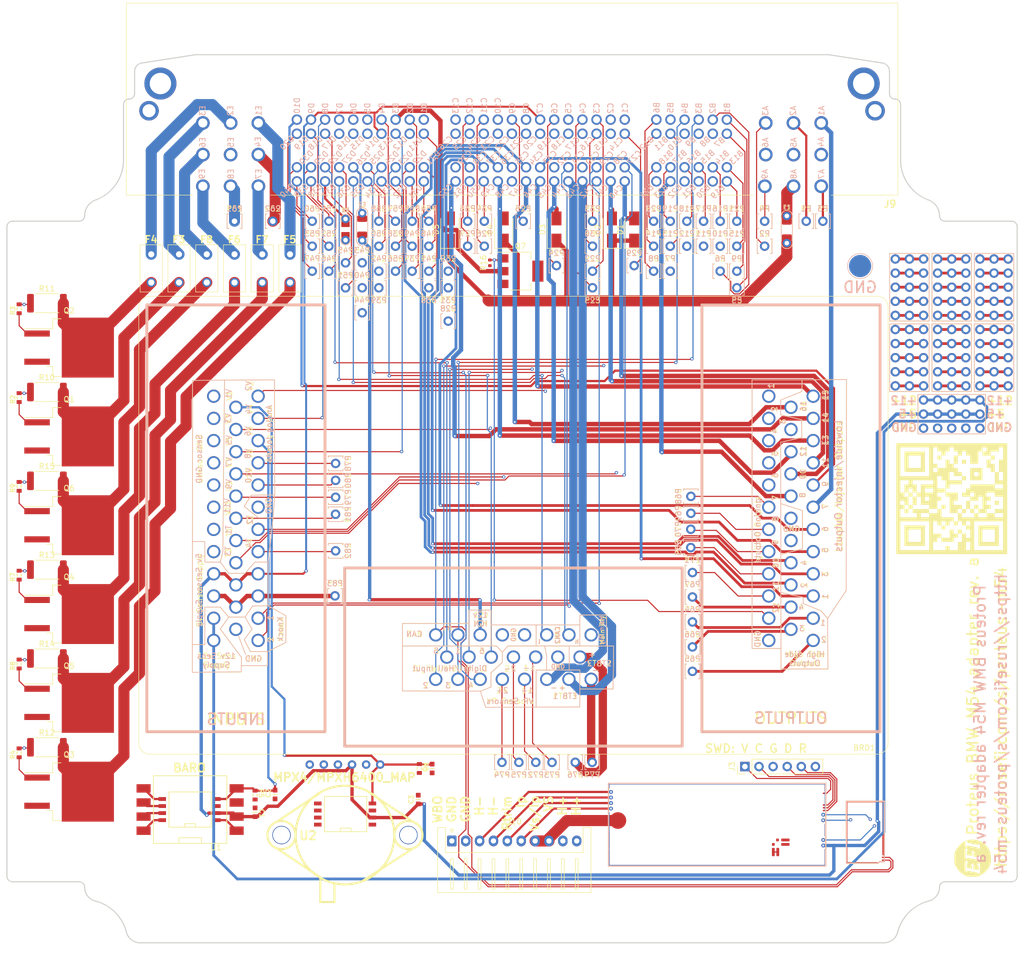
<source format=kicad_pcb>
(kicad_pcb (version 20211014) (generator pcbnew)
  (title_block (title "proteusM54") (date "2021-10-06") (rev "a"))
  (layers (0 "F.Cu" signal) (1 "In1.Cu" signal) (2 "In2.Cu" signal) (31 "B.Cu" signal) (34 "B.Paste" user) (35 "F.Paste" user) (36 "B.SilkS" user "B.Silkscreen") (37 "F.SilkS" user "F.Silkscreen") (38 "B.Mask" user) (39 "F.Mask" user) (44 "Edge.Cuts" user))
  (net 0 "")
  (net 1 "GND")
  (net 2 "/12V_MR")
  (net 3 "/WBO_H-")
  (net 4 "/WBO_R_Trim")
  (net 5 "/WBO_Ip")
  (net 6 "/WBO_Vs{slash}Ip")
  (net 7 "/WBO_Vs")
  (net 8 "Net-(J3-Pad1)")
  (net 9 "Net-(J3-Pad2)")
  (net 10 "Net-(J3-Pad4)")
  (net 11 "Net-(J3-Pad5)")
  (net 12 "+5VA")
  (net 13 "/IN_BARO")
  (net 14 "Net-(M2-PadV2)")
  (net 15 "Net-(M2-PadV5)")
  (net 16 "Net-(M2-PadV6)")
  (net 17 "Net-(M3-PadJ1)")
  (net 18 "unconnected-(U1-Pad1)")
  (net 19 "unconnected-(U1-Pad5)")
  (net 20 "unconnected-(U1-Pad6)")
  (net 21 "unconnected-(U1-Pad7)")
  (net 22 "unconnected-(U1-Pad8)")
  (net 23 "/IN_MAP")
  (net 24 "/OUT_VANOS_INTAKE")
  (net 25 "/OUT_VANOS_EXHAUST")
  (net 26 "/OUT_MAP_THERMOSTAT")
  (net 27 "/OUT_INTAKE_VALVE")
  (net 28 "/OUT_SEC_AIR_PUMP_VALVE")
  (net 29 "Net-(BRD1-PadA1(12))")
  (net 30 "Net-(BRD1-PadA2(11))")
  (net 31 "/12V_IGN")
  (net 32 "/HV1")
  (net 33 "/OUT_IGN1")
  (net 34 "/HV2")
  (net 35 "/OUT_IGN2")
  (net 36 "/HV3")
  (net 37 "/OUT_IGN3")
  (net 38 "/HV4")
  (net 39 "/OUT_IGN4")
  (net 40 "/HV5")
  (net 41 "/OUT_IGN5")
  (net 42 "/HV6")
  (net 43 "/OUT_IGN6")
  (net 45 "/OUT_INJ_RELAY")
  (net 46 "Net-(J9-PadA2)")
  (net 47 "Net-(J9-PadA3)")
  (net 48 "Net-(J9-PadA7)")
  (net 49 "Net-(J9-PadA9)")
  (net 50 "Net-(J9-PadB1)")
  (net 51 "Net-(J9-PadB2)")
  (net 52 "/CAN_L")
  (net 53 "/CAN_H")
  (net 54 "Net-(J9-PadB5)")
  (net 55 "Net-(J9-PadB6)")
  (net 56 "Net-(J9-PadB7)")
  (net 57 "Net-(J9-PadB8)")
  (net 58 "Net-(J9-PadB9)")
  (net 59 "Net-(J9-PadB10)")
  (net 60 "Net-(J9-PadB11)")
  (net 61 "Net-(J9-PadB12)")
  (net 62 "Net-(J9-PadB13)")
  (net 63 "Net-(J9-PadB14)")
  (net 64 "Net-(J9-PadB15)")
  (net 65 "Net-(J9-PadB16)")
  (net 66 "Net-(J9-PadB17)")
  (net 67 "Net-(J9-PadB18)")
  (net 68 "Net-(J9-PadB19)")
  (net 69 "/OUT_MAIN_RELAY")
  (net 70 "/IN_MAF")
  (net 71 "/IN_CAM2")
  (net 72 "Net-(J9-PadC3)")
  (net 73 "Net-(J9-PadC4)")
  (net 74 "/IN_CAM1")
  (net 75 "Net-(J9-PadC6)")
  (net 76 "/IN_CRANK")
  (net 77 "Net-(J9-PadC9)")
  (net 78 "/IN_TPS2")
  (net 79 "Net-(J9-PadC11)")
  (net 80 "Net-(J9-PadC12)")
  (net 81 "Net-(J9-PadC13)")
  (net 82 "Net-(J9-PadC14)")
  (net 83 "Net-(J9-PadC16)")
  (net 84 "/IN_TPS1")
  (net 85 "/IN_IAT")
  (net 86 "/IN_CLT")
  (net 87 "Net-(J9-PadC26)")
  (net 88 "/IN_OILT")
  (net 89 "/IN_KNOCK1")
  (net 90 "/IN_KNOCK2")
  (net 91 "/OUT_INJ1")
  (net 92 "/OUT_INJ2")
  (net 93 "/OUT_INJ3")
  (net 94 "/OUT_INJ4")
  (net 95 "/OUT_INJ5")
  (net 96 "/OUT_INJ6")
  (net 97 "Net-(J9-PadC39)")
  (net 98 "Net-(J9-PadC42)")
  (net 99 "/OUT_ETB1")
  (net 100 "/OUT_ETB2")
  (net 101 "/OUT_IDLE_CLOSE")
  (net 102 "/OUT_IDLE_OPEN")
  (net 103 "Net-(J9-PadC50)")
  (net 104 "Net-(J9-PadC51)")
  (net 105 "Net-(J9-PadD1)")
  (net 106 "Net-(J9-PadD2)")
  (net 107 "/OUT_SEC_AIR_PUMP_RELAY")
  (net 108 "Net-(J9-PadD4)")
  (net 109 "Net-(J9-PadD5)")
  (net 110 "Net-(J9-PadD6)")
  (net 111 "/IN_PPS1")
  (net 112 "/OUT_FUEL_PUMP_RELAY")
  (net 113 "Net-(J9-PadD11)")
  (net 114 "/IN_PPS2")
  (net 115 "Net-(J9-PadD15)")
  (net 116 "Net-(J9-PadD16)")
  (net 117 "Net-(J9-PadD17)")
  (net 118 "Net-(J9-PadD18)")
  (net 119 "Net-(J9-PadD19)")
  (net 120 "Net-(J9-PadD20)")
  (net 121 "Net-(J9-PadD21)")
  (net 122 "Net-(J9-PadD22)")
  (net 123 "/IN_CLUTCH")
  (net 124 "/IN_BRAKE")
  (net 125 "Net-(J9-PadD25)")
  (net 126 "Net-(J9-PadD27)")
  (net 127 "/IN_BRAKE2")
  (net 128 "Net-(J9-PadD29)")
  (net 129 "Net-(J9-PadD30)")
  (net 130 "Net-(J9-PadD31)")
  (net 131 "Net-(J9-PadD32)")
  (net 132 "Net-(J9-PadD33)")
  (net 133 "Net-(J9-PadD34)")
  (net 134 "Net-(J9-PadD35)")
  (net 135 "/CAN2_H")
  (net 136 "/CAN2_L")
  (net 137 "Net-(J9-PadD38)")
  (net 138 "Net-(J9-PadD39)")
  (net 139 "Net-(J9-PadD40)")
  (net 140 "Net-(J9-PadE8)")
  (net 149 "Net-(Q1-Pad1)")
  (net 150 "Net-(Q2-Pad1)")
  (net 151 "Net-(Q3-Pad1)")
  (net 152 "Net-(Q4-Pad1)")
  (net 153 "Net-(Q5-Pad1)")
  (net 154 "Net-(Q6-Pad1)")
  (net 155 "/SEC_AIR_PUMP_RELAY")
  (net 156 "/GATE_IGN1")
  (net 157 "/GATE_IGN2")
  (net 158 "/GATE_IGN3")
  (net 159 "/GATE_IGN4")
  (net 160 "/GATE_IGN5")
  (net 161 "/GATE_IGN6")
  (net 165 "Net-(BRD1-PadA13(23))")
  (net 166 "Net-(BRD1-PadA14(22))")
  (net 167 "Net-(BRD1-PadA26(33))")
  (net 168 "Net-(BRD1-PadA28(31))")
  (net 169 "Net-(BRD1-PadA29(30))")
  (net 170 "Net-(BRD1-PadA30(29))")
  (net 171 "Net-(BRD1-PadB4(5))")
  (net 172 "Net-(BRD1-PadB5(4))")
  (net 173 "Net-(BRD1-PadB8(1))")
  (net 174 "Net-(BRD1-PadB12(12))")
  (net 175 "Net-(BRD1-PadB13(11))")
  (net 176 "Net-(BRD1-PadB15(9))")
  (net 177 "Net-(BRD1-PadC22(14))")
  (net 178 "/12V_PROT")
  (net 179 "Net-(BRD1-PadC17(19))")
  (net 180 "Net-(BRD1-PadC18(18))")
  (net 181 "Net-(BRD1-PadC27(32))")
  (net 182 "Net-(BRD1-PadC28(31))")
  (net 183 "Net-(BRD1-PadC31(28))")
  (net 184 "Net-(F1-Pad1)")
  (net 185 "Net-(F2-Pad1)")
  (net 186 "Net-(G2-Pad1)")
  (net 187 "Net-(G2-Pad12)")
  (net 188 "Net-(G2-Pad13)")
  (net 189 "Net-(J9-PadE4)")
  (net 190 "Net-(G2-Pad14)")
  (net 191 "Net-(G2-Pad10)")
  (net 192 "Net-(G3-Pad1)")
  (net 193 "Net-(G3-Pad12)")
  (net 194 "Net-(G3-Pad13)")
  (net 195 "Net-(G3-Pad14)")
  (net 196 "Net-(G3-Pad10)")
  (net 197 "Net-(G4-Pad1)")
  (net 198 "Net-(G4-Pad12)")
  (net 199 "Net-(G4-Pad13)")
  (net 200 "Net-(G4-Pad14)")
  (net 201 "Net-(G4-Pad10)")
  (net 202 "Net-(G5-Pad1)")
  (net 203 "Net-(G5-Pad12)")
  (net 204 "Net-(G5-Pad13)")
  (net 205 "Net-(G5-Pad14)")
  (net 206 "Net-(G5-Pad10)")
  (net 207 "Net-(G7-Pad1)")
  (net 208 "Net-(G7-Pad12)")
  (net 209 "Net-(G7-Pad13)")
  (net 210 "Net-(G7-Pad14)")
  (net 211 "Net-(G7-Pad10)")
  (net 212 "Net-(G8-Pad1)")
  (net 213 "Net-(G8-Pad12)")
  (net 214 "Net-(G8-Pad13)")
  (net 215 "Net-(G8-Pad14)")
  (net 216 "Net-(G8-Pad10)")
  (net 217 "Net-(P63-Pad1)")
  (footprint "Diode_SMD:D_SMA" (layer "F.Cu") (at 190 89.3 90)
    (fp_text reference "D2")
    (fp_text value "D_Schottky")
  )
  (footprint "Package_TO_SOT_SMD:TO-263-2" (layer "F.Cu") (at 92.2 126.575)
    (fp_text reference "Q1")
    (fp_text value "ISL9V3040S3S")
  )
  (footprint "hellen-one-common:PAD-TH" (layer "F.Cu") (at 206.5 87.8)
    (fp_text reference "P17")
    (fp_text value "Pad" hide)
  )
  (footprint "hellen-one-common:PAD-TH" (layer "F.Cu") (at 204.22 137.376 90)
    (fp_text reference "P68")
    (fp_text value "Pad" hide)
  )
  (footprint "Package_TO_SOT_SMD:TO-263-2" (layer "F.Cu") (at 92.2 190.575)
    (fp_text reference "Q3")
    (fp_text value "ISL9V3040S3S")
  )
  (footprint "hellen-one-common:PAD-TH" (layer "F.Cu") (at 151 92.3)
    (fp_text reference "P38")
    (fp_text value "Pad" hide)
  )
  (footprint "Resistor_SMD:R_2512_6332Metric" (layer "F.Cu") (at 88.2 102.575)
    (fp_text reference "R11")
    (fp_text value "DNP")
  )
  (footprint "hellen-one-common:PROTO_AREA" (layer "F.Cu") (at 256.29 117.47 90)
    (fp_text reference "G2" hide)
    (fp_text value "PROTO_AREA" hide)
  )
  (footprint "hellen-one-common:PAD-TH" (layer "F.Cu") (at 151 96.8)
    (fp_text reference "P56")
    (fp_text value "Pad" hide)
  )
  (footprint "Resistor_SMD:R_0402_1005Metric" (layer "F.Cu") (at 168 95.3 90)
    (fp_text reference "R16")
    (fp_text value "10k")
  )
  (footprint "hellen-one-common:PAD-TH" (layer "F.Cu") (at 176.28 185.288 180)
    (fp_text reference "P72")
    (fp_text value "Pad" hide)
  )
  (footprint "hellen-one-common:PAD-TH" (layer "F.Cu") (at 167 87.8)
    (fp_text reference "P34")
    (fp_text value "Pad" hide)
  )
  (footprint "hellen-one-common:R0603" (layer "F.Cu") (at 83.2 119.575 90)
    (fp_text reference "R2")
    (fp_text value "22" hide)
  )
  (footprint "hellen-one-common:PAD-TH" (layer "F.Cu") (at 140.1 155.3)
    (fp_text reference "P83")
    (fp_text value "Pad" hide)
  )
  (footprint "hellen-one-common:PAD-TH" (layer "F.Cu") (at 139 87.8)
    (fp_text reference "P59")
    (fp_text value "Pad" hide)
  )
  (footprint "hellen-one-common:PAD-TH" (layer "F.Cu") (at 140.212 147.188 -90)
    (fp_text reference "P82")
    (fp_text value "Pad" hide)
  )
  (footprint "hellen-one-common:PROTO_AREA" (layer "F.Cu") (at 256.29 104.77 90)
    (fp_text reference "G8" hide)
    (fp_text value "PROTO_AREA" hide)
  )
  (footprint "MountingHole:MountingHole_5.5mm" (layer "F.Cu") (at 108 211.3)
    (fp_text reference "J5" hide)
    (fp_text value "Conn_01x01")
  )
  (footprint "Connector_PinHeader_2.54mm:PinHeader_1x06_P2.54mm_Vertical" (layer "F.Cu") (at 213.95 186.05 90)
    (fp_text reference "J3")
    (fp_text value "Conn_01x06")
  )
  (footprint "hellen-one-common:36911600000" (layer "F.Cu") (at 127 96.3 -90)
    (fp_text reference "F7")
    (fp_text value "10A" hide)
  )
  (footprint "hellen-one-common:PAD-TH" (layer "F.Cu") (at 154 87.8)
    (fp_text reference "P55")
    (fp_text value "Pad" hide)
  )
  (footprint "hellen-one-common:C0603" (layer "F.Cu") (at 157.6 186.4 90)
    (fp_text reference "C4")
    (fp_text value "47p" hide)
  )
  (footprint "hellen-one-common:PAD-TH" (layer "F.Cu") (at 140.212 134.488 -90)
    (fp_text reference "P80")
    (fp_text value "Pad" hide)
  )
  (footprint "Diode_SMD:D_SMA" (layer "F.Cu") (at 180 89.3 90)
    (fp_text reference "D3")
    (fp_text value "D_Schottky")
  )
  (footprint "hellen-one-common:PAD-TH" (layer "F.Cu") (at 140.212 131.44 -90)
    (fp_text reference "P78")
    (fp_text value "Pad" hide)
  )
  (footprint "hellen-one-common:PAD-TH" (layer "F.Cu") (at 183.392 185.288 180)
    (fp_text reference "P76")
    (fp_text value "Pad" hide)
  )
  (footprint "hellen-one-common:PAD-TH" (layer "F.Cu") (at 148 92.3)
    (fp_text reference "P50")
    (fp_text value "Pad" hide)
  )
  (footprint "hellen-one-common:PAD-TH" (layer "F.Cu") (at 204.5 151.1)
    (fp_text reference "P71")
    (fp_text value "Pad" hide)
  )
  (footprint "Resistor_SMD:R_2512_6332Metric" (layer "F.Cu") (at 88.2 150.575)
    (fp_text reference "R13")
    (fp_text value "DNP")
  )
  (footprint "hellen-one-common:PAD-TH" (layer "F.Cu") (at 186.5 99.8 180)
    (fp_text reference "P23")
    (fp_text value "Pad" hide)
  )
  (footprint "hellen-one-common:PAD-TH" (layer "F.Cu") (at 139 96.8)
    (fp_text reference "P46")
    (fp_text value "Pad" hide)
  )
  (footprint "hellen-one-common:R0603" (layer "F.Cu") (at 125.702 191.185999 -90)
    (fp_text reference "R5")
    (fp_text value "51k" hide)
  )
  (footprint "hellen-one-common:PAD-TH" (layer "F.Cu") (at 160.5 105.8)
    (fp_text reference "P28")
    (fp_text value "Pad" hide)
  )
  (footprint "hellen-one-common:PAD-TH" (layer "F.Cu") (at 186.5 92.3)
    (fp_text reference "P30")
    (fp_text value "Pad" hide)
  )
  (footprint "hellen-one-common:PAD-TH" (layer "F.Cu") (at 122 87.8)
    (fp_text reference "P61")
    (fp_text value "Pad" hide)
  )
  (footprint "hellen-one-common:PAD-TH" (layer "F.Cu") (at 197.5 87.8)
    (fp_text reference "P20")
    (fp_text value "Pad" hide)
  )
  (footprint "kicad6-libraries:TE_7-967288-1" (layer "F.Cu") (at 172.35 66.119)
    (fp_text reference "J9")
    (fp_text value "7-967288-1" hide)
  )
  (footprint "hellen-one-common:PAD-TH" (layer "F.Cu") (at 225 87.8)
    (fp_text reference "P1")
    (fp_text value "Pad" hide)
  )
  (footprint "hellen-one-common:PROTO_AREA" (layer "F.Cu") (at 241.05 117.47 90)
    (fp_text reference "G4" hide)
    (fp_text value "PROTO_AREA" hide)
  )
  (footprint "hellen-one-common:PAD-TH" (layer "F.Cu") (at 209.5 87.8)
    (fp_text reference "P16")
    (fp_text value "Pad" hide)
  )
  (footprint "MountingHole:MountingHole_4.5mm" (layer "F.Cu") (at 172 142.8)
    (fp_text reference "J6" hide)
    (fp_text value "Conn_01x01")
  )
  (footprint "hellen-one-common:PAD-TH" (layer "F.Cu") (at 186.44 185.288 180)
    (fp_text reference "P77")
    (fp_text value "Pad" hide)
  )
  (footprint "hellen-one-common:PAD-TH" (layer "F.Cu") (at 160.5 99.8 180)
    (fp_text reference "P31")
    (fp_text value "Pad" hide)
  )
  (footprint "kicad6-libraries:MPX-4_MAP" (layer "F.Cu") (at 141.9 202.2 180)
    (fp_text reference "U2")
    (fp_text value "MPX4/MPXH6400_MAP")
  )
  (footprint "hellen-one-common:PAD-TH" (layer "F.Cu") (at 209.5 96.8)
    (fp_text reference "P6")
    (fp_text value "Pad" hide)
  )
  (footprint "hellen-one-common:36911600000" (layer "F.Cu") (at 112 96.3 -90)
    (fp_text reference "F3")
    (fp_text value "10A" hide)
  )
  (footprint "Package_TO_SOT_SMD:SOT-223" (layer "F.Cu") (at 173.5 96.8)
    (fp_text reference "Q7")
    (fp_text value "AUIPS2041LTR")
  )
  (footprint "hellen-one-common:R0603" (layer "F.Cu") (at 83.2 183.575 90)
    (fp_text reference "R4")
    (fp_text value "22" hide)
  )
  (footprint "hellen-one-common:PAD-TH" (layer "F.Cu") (at 212.5 92.3)
    (fp_text reference "P15")
    (fp_text value "Pad" hide)
  )
  (footprint "hellen-one-common:PROTO_AREA" (layer "F.Cu") (at 248.67 117.47 90)
    (fp_text reference "G3" hide)
    (fp_text value "PROTO_AREA" hide)
  )
  (footprint "hellen-one-common:PAD-TH" (layer "F.Cu") (at 186.5 96.8)
    (fp_text reference "P22")
    (fp_text value "Pad" hide)
  )
  (footprint "hellen-one-common:PAD-TH" (layer "F.Cu") (at 170.184 185.288 180)
    (fp_text reference "P74")
    (fp_text value "Pad" hide)
  )
  (footprint "Diode_SMD:D_SMA" (layer "F.Cu") (at 194 89.3 90)
    (fp_text reference "D1")
    (fp_text value "D_Schottky")
  )
  (footprint "hellen-one-common:PAD-TH" (layer "F.Cu") (at 200.5 92.3)
    (fp_text reference "P13")
    (fp_text value "Pad" hide)
  )
  (footprint "hellen-one-common:PAD-TH" (layer "F.Cu") (at 197.5 96.8)
    (fp_text reference "P8")
    (fp_text value "Pad" hide)
  )
  (footprint "hellen-one-common:PAD-TH" (layer "F.Cu") (at 148 87.8)
    (fp_text reference "P58")
    (fp_text value "Pad" hide)
  )
  (footprint "hellen-one-common:PAD-TH" (layer "F.Cu") (at 157 96.8)
    (fp_text reference "P41")
    (fp_text value "Pad" hide)
  )
  (footprint "hellen-one-common:PAD-0805-PAD" (layer "F.Cu") (at 142 89.3 -90)
    (fp_text reference "R1")
    (fp_text value "Jumper-Pad-Pad" hide)
  )
  (footprint "hellen-one-wbo-0.3:wbo" (layer "F.Cu") (at 228.62 188.975 180)
    (fp_text reference "M3" hide)
    (fp_text value "Module-wbo-0.3" hide)
  )
  (footprint "hellen-one-common:C0603" (layer "F.Cu") (at 125.702 194.285999 -90)
    (fp_text reference "C1")
    (fp_text value "100n" hide)
  )
  (footprint "hellen-one-common:PAD-TH" (layer "F.Cu") (at 148 99.8 180)
    (fp_text reference "P39")
    (fp_text value "Pad" hide)
  )
  (footprint "Package_TO_SOT_SMD:TO-263-2" (layer "F.Cu") (at 92.2 110.575)
    (fp_text reference "Q2")
    (fp_text value "ISL9V3040S3S")
  )
  (footprint "hellen-one-can-0.1:can" (layer "F.Cu") (at 239.188337 203.562498 90)
    (fp_text reference "M2" hide)
    (fp_text value "Module-can-0.1" hide)
  )
  (footprint "hellen-one-common:PAD-TH" (layer "F.Cu") (at 180 95.8)
    (fp_text reference "P24")
    (fp_text value "Pad" hide)
  )
  (footprint "hellen-one-common:PAD-TH" (layer "F.Cu") (at 217.5 87.8)
    (fp_text reference "P4")
    (fp_text value "Pad" hide)
  )
  (footprint "hellen-one-common:PAD-TH" (layer "F.Cu") (at 217.5 92.3)
    (fp_text reference "P2")
    (fp_text value "Pad" hide)
  )
  (footprint "hellen-one-common:PAD-1206-PAD" (layer "F.Cu") (at 221.5 89.3 -90)
    (fp_text reference "F1")
    (fp_text value "Fuse-Pad-Pad" hide)
  )
  (footprint "Diode_SMD:D_SMA" (layer "F.Cu") (at 160.8 89.3 90)
    (fp_text reference "D5")
    (fp_text value "D_Schottky")
  )
  (footprint "hellen-one-common:PAD-TH" (layer "F.Cu") (at 136 92.3)
    (fp_text reference "P53")
    (fp_text value "Pad" hide)
  )
  (footprint "hellen-one-common:PAD-TH" (layer "F.Cu") (at 204.5 155.5)
    (fp_text reference "P67")
    (fp_text value "Pad" hide)
  )
  (footprint "hellen-one-common:PAD-TH" (layer "F.Cu") (at 136 87.8)
    (fp_text reference "P60")
    (fp_text value "Pad" hide)
  )
  (footprint "hellen-one-common:PAD-TH" (layer "F.Cu") (at 139 92.3)
    (fp_text reference "P52")
    (fp_text value "Pad" hide)
  )
  (footprint "MountingHole:MountingHole_3.5mm" (layer "F.Cu") (at 244 89.8)
    (fp_text reference "J2" hide)
    (fp_text value "Conn_01x01")
  )
  (footprint "hellen-one-common:PAD-TH" (layer "F.Cu") (at 142 95.3)
    (fp_text reference "P45")
    (fp_text value "Pad" hide)
  )
  (footprint "hellen-one-common:PAD-TH" (layer "F.Cu") (at 204.5 168.9)
    (fp_text reference "P65")
    (fp_text value "Pad" hide)
  )
  (footprint "hellen-one-common:PAD-TH" (layer "F.Cu") (at 200.5 96.8)
    (fp_text reference "P7")
    (fp_text value "Pad" hide)
  )
  (footprint "hellen-one-common:C0603" (layer "F.Cu") (at 129.302 191.085999 90)
    (fp_text reference "C2")
    (fp_text value "47p" hide)
  )
  (footprint "Resistor_SMD:R_2512_6332Metric" (layer "F.Cu") (at 88.2 166.575)
    (fp_text reference "R14")
    (fp_text value "DNP")
  )
  (footprint "hellen-one-common:PAD-TH" (layer "F.Cu") (at 204.2 146.6 90)
    (fp_text reference "P63")
    (fp_text value "Pad" hide)
  )
  (footprint "Resistor_SMD:R_2512_6332Metric" (layer "F.Cu") (at 88.2 182.575)
    (fp_text reference "R12")
    (fp_text value "DNP")
  )
  (footprint "hellen-one-common:PAD-TH" (layer "F.Cu") (at 136 96.8)
    (fp_text reference "P47")
    (fp_text value "Pad" hide)
  )
  (footprint "hellen-one-common:PAD-TH" (layer "F.Cu") (at 157 87.8)
    (fp_text reference "P54")
    (fp_text value "Pad" hide)
  )
  (footprint "Package_TO_SOT_SMD:TO-263-2" (layer "F.Cu") (at 92.2 142.575)
    (fp_text reference "Q6")
    (fp_text value "ISL9V3040S3S")
  )
  (footprint "hellen-one-common:36911600000" (layer "F.Cu") (at 122 96.3 -90)
    (fp_text reference "F6")
    (fp_text value "10A" hide)
  )
  (footprint "hellen-one-common:PAD-TH" (layer "F.Cu") (at 206.5 92.3)
    (fp_text reference "P11")
    (fp_text value "Pad" hide)
  )
  (footprint "hellen-one-common:PROTO_AREA" (layer "F.Cu") (at 248.67 104.77 90)
    (fp_text reference "G5" hide)
    (fp_text value "PROTO_AREA" hide)
  )
  (footprint "hellen-one-common:PAD-TH" (layer "F.Cu") (at 157 92.3)
    (fp_text reference "P48")
    (fp_text value "Pad" hide)
  )
  (footprint "hellen-one-common:PAD-TH" (layer "F.Cu") (at 128.9 87.8)
    (fp_text reference "P62")
    (fp_text value "Pad" hide)
  )
  (footprint "hellen-one-common:R0603" (layer "F.Cu") (at 83.2 103.575 90)
    (fp_text reference "R3")
    (fp_text value "22" hide)
  )
  (footprint "MountingHole:MountingHole_3.5mm" (layer "F.Cu") (at 100 89.8)
    (fp_text reference "J1" hide)
    (fp_text value "Conn_01x01")
  )
  (footprint "Package_TO_SOT_SMD:TO-263-2" (layer "F.Cu") (at 92.2 158.575)
    (fp_text reference "Q4")
    (fp_text value "ISL9V3040S3S")
  )
  (footprint "hellen-one-common:PAD-TH" (layer "F.Cu") (at 212.5 87.8)
    (fp_text reference "P21")
    (fp_text value "Pad" hide)
  )
  (footprint "hellen-one-common:PAD-TH" (layer "F.Cu") (at 204.2 143.3 90)
    (fp_text reference "P70")
    (fp_text value "Pad" hide)
  )
  (footprint "hellen-one-common:PAD-TH" (layer "F.Cu") (at 197.5 92.3)
    (fp_text reference "P14")
    (fp_text value "Pad" hide)
  )
  (footprint "hellen-one-common:PAD-TH" (layer "F.Cu") (at 204.5 160)
    (fp_text reference "P64")
    (fp_text value "Pad" hide)
  )
  (footprint "hellen-one-common:PAD-TH" (layer "F.Cu") (at 179.2 185.3 180)
    (fp_text reference "P73")
    (fp_text value "Pad" hide)
  )
  (footprint "hellen-one-common:PAD-TH" (layer "F.Cu") (at 212.5 99.8 180)
    (fp_text reference "P5")
    (fp_text value "Pad" hide)
  )
  (footprint "hellen-one-common:PAD-TH" (layer "F.Cu") (at 140.212 137.536 -90)
    (fp_text reference "P79")
    (fp_text value "Pad" hide)
  )
  (footprint "hellen-one-common:PAD-TH" (layer "F.Cu") (at 164 87.8)
    (fp_text reference "P35")
    (fp_text value "Pad" hide)
  )
  (footprint "Resistor_SMD:R_2512_6332Metric" (layer "F.Cu") (at 88.2 118.575)
    (fp_text reference "R10")
    (fp_text value "DNP")
  )
  (footprint "hellen-one-common:PAD-TH" (layer "F.Cu") (at 154 96.8)
    (fp_text reference "P37")
    (fp_text value "Pad" hide)
  )
  (footprint "hellen-one-common:PAD-TH" (layer "F.Cu") (at 164 92.3)
    (fp_text reference "P27")
    (fp_text value "Pad" hide)
  )
  (footprint "hellen-one-common:PAD-1206-PAD" (layer "F.Cu") (at 145 88.8 -90)
    (fp_text reference "F2")
    (fp_text value "Fuse-Pad-Pad" hide)
  )
  (footprint "hellen-one-common:PROTO_AREA" (layer "F.Cu") (at 256.29 125.09 180)
    (fp_text reference "G6" hide)
    (fp_text value "PROTO_AREA" hide)
  )
  (footprint "hellen-one-common:PAD-TH" (layer "F.Cu") (at 157 99.8 180)
    (fp_text reference "P36")
    (fp_text value "Pad" hide)
  )
  (footprint "LOGO" (layer "F.Cu") (at 251.21 137.79 90)
    (fp_text reference "G***" hide)
    (fp_text value "LOGO" hide)
  )
  (footprint "hellen-one-common:PAD-TH" (layer "F.Cu") (at 145 104.3)
    (fp_text reference "P44")
    (fp_text value "Pad" hide)
  )
  (footprint "hellen-one-common:PAD-TH" (layer "F.Cu") (at 204.5 164.5)
    (fp_text reference "P66")
    (fp_text value "Pad" hide)
  )
  (footprint "Package_TO_SOT_SMD:TO-263-2" (layer "F.Cu") (at 92.2 174.575)
    (fp_text reference "Q5")
    (fp_text value "ISL9V3040S3S")
  )
  (footprint "hellen-one-common:PAD-TH" (layer "F.Cu") (at 142 99.8)
    (fp_text reference "P51")
    (fp_text value "Pad" hide)
  )
  (footprint "hellen-one-common:C0603" (layer "F.Cu") (at 155.1 192 -90)
    (fp_text reference "C3")
    (fp_text value "100n" hide)
  )
  (footprint "hellen-one-common:36911600000" (layer "F.Cu") (at 117 96.3 -90)
    (fp_text reference "F8")
    (fp_text value "10A" hide)
  )
  (footprint "hellen-one-common:36911600000" (layer "F.Cu") (at 132 96.3 -90)
    (fp_text reference "F5")
    (fp_text value "10A" hide)
  )
  (footprint "hellen-one-common:PAD-TH" (layer "F.Cu") (at 154 92.3)
    (fp_text reference "P49")
    (fp_text value "Pad" hide)
  )
  (footprint "hellen-one-common:PAD-TH" (layer "F.Cu") (at 194 95.8)
    (fp_text reference "P29")
    (fp_text value "Pad" hide)
  )
  (footprint "hellen-one-common:PAD-TH" (layer "F.Cu") (at 151 87.8)
    (fp_text reference "P57")
    (fp_text value "Pad" hide)
  )
  (footprint "kicad6-libraries:MPX_SOP_SSOP" (layer "F.Cu") (at 114 193.8 180)
    (fp_text reference "U1")
    (fp_text value "MPXxx6115A")
  )
  (footprint "hellen-one-common:PAD-TH" (layer "F.Cu") (at 186.5 87.8)
    (fp_text reference "P33")
    (fp_text value "Pad" hide)
  )
  (footprint "hellen-one-common:R0603" (layer "F.Cu") (at 155.3 186.4 -90)
    (fp_text reference "R6")
    (fp_text value "51k" hide)
  )
  (footprint "hellen-one-common:PAD-TH" (layer "F.Cu") (at 140.2 140.6 -90)
    (fp_text reference "P81")
    (fp_text value "Pad" hide)
  )
  (footprint "hellen-one-common:R0603" (layer "F.Cu") (at 83.2 151.575 90)
    (fp_text reference "R7")
    (fp_text value "22" hide)
  )
  (footprint "kicad6-libraries:rusefi_logo" (layer "F.Cu") (at 255.02 202.56 90)
    (fp_text reference "G1" hide)
    (fp_text value "RUSEFI_LOGO" hide)
  )
  (footprint "hellen-one-common:PROTO_AREA" (layer "F.Cu") (at 241.05 104.77 90)
    (fp_text reference "G7" hide)
    (fp_text value "PROTO_AREA" hide)
  )
  (footprint "hellen-one-common:PAD-TH" (layer "F.Cu") (at 167 92.3)
    (fp_text reference "P26")
    (fp_text value "Pad" hide)
  )
  (footprint "hellen-one-common:PAD-TH" (layer "F.Cu") (at 228 87.8)
    (fp_text reference "P3")
    (fp_text value "Pad" hide)
  )
  (footprint "hellen-one-common:R0603" (layer "F.Cu") (at 83.2 167.575 90)
    (fp_text reference "R8")
    (fp_text value "22" hide)
  )
  (footprint "kicad6-libraries:proteus" (layer "F.Cu") (at 239.750001 101.375 180)
    (fp_text reference "BRD1")
    (fp_text value "proteus")
  )
  (footprint "hellen-one-common:PAD-TH" (layer "F.Cu") (at 173.232 185.288 180)
    (fp_text reference "P75")
    (fp_text value "Pad" hide)
  )
  (footprint "Connector_JST:JST_XH_S10B-XH-A_1x10_P2.50mm_Horizontal" (layer "F.Cu") (at 161.15 199.45)
    (fp_text reference "J10")
    (fp_text value "XH-10AW")
  )
  (footprint "MountingHole:MountingHole_5.5mm" (layer "F.Cu") (at 236 211.3)
    (fp_text reference "J4" hide)
    (fp_text value "Conn_01x01")
  )
  (footprint "hellen-one-common:36911600000" (layer "F.Cu") (at 107 96.3 -90)
    (fp_text reference "F4")
    (fp_text value "10A" hide)
  )
  (footprint "hellen-one-common:R0603" (layer "F.Cu") (at 83.2 135.575 90)
    (fp_text reference "R9")
    (fp_text value "22" hide)
  )
  (footprint "hellen-one-common:PAD-TH" (layer "F.Cu") (at 203.5 92.3)
    (fp_text reference "P12")
    (fp_text value "Pad" hide)
  )
  (footprint "hellen-one-common:PAD-TH" (layer "F.Cu") (at 203.5 87.8)
    (fp_text reference "P18")
    (fp_text value "Pad" hide)
  )
  (footprint "Diode_SMD:D_SMA" (layer "F.Cu") (at 170.5 89.3 90)
    (fp_text reference "D4")
    (fp_text value "D_Schottky")
  )
  (footprint "hellen-one-common:PAD-TH" (layer "F.Cu") (at 145 95.3)
    (fp_text reference "P43")
    (fp_text value "Pad" hide)
  )
  (footprint "hellen-one-common:PAD-TH" (layer "F.Cu") (at 204.22 140.424 90)
    (fp_text reference "P69")
    (fp_text value "Pad" hide)
  )
  (footprint "hellen-one-common:PAD-TH" (layer "F.Cu") (at 209.5 92.3)
    (fp_text reference "P10")
    (fp_text value "Pad" hide)
  )
  (footprint "hellen-one-common:PAD-TH" (layer "F.Cu") (at 160.5 96.8)
    (fp_text reference "P32")
    (fp_text value "Pad" hide)
  )
  (footprint "hellen-one-common:PAD-TH" (layer "F.Cu") (at 148 96.8)
    (fp_text reference "P42")
    (fp_text value "Pad" hide)
  )
  (footprint "Resistor_SMD:R_2512_6332Metric" (layer "F.Cu") (at 88.2 134.575)
    (fp_text reference "R15")
    (fp_text value "DNP")
  )
  (footprint "hellen-one-common:PAD-TH" (layer "F.Cu") (at 145 99.8)
    (fp_text reference "P40")
    (fp_text value "Pad" hide)
  )
  (footprint "hellen-one-common:PAD-TH" (layer "F.Cu") (at 212.5 96.8)
    (fp_text reference "P9")
    (fp_text value "Pad" hide)
  )
  (footprint "hellen-one-common:PAD-TH" (layer "F.Cu") (at 200.5 87.8)
    (fp_text reference "P19")
    (fp_text value "Pad" hide)
  )
  (footprint "hellen-one-common:PAD-TH" (layer "F.Cu") (at 174 87.8)
    (fp_text reference "P25")
    (fp_text value "Pad" hide)
  )
  (footprint "TestPoint:TestPoint_Pad_D4.0mm" (layer "B.Cu") (at 234.7 95.88 180)
    (fp_text reference "J7" hide)
    (fp_text value "Conn_01x01")
  )
  (gr_arc (start 94 206.8) (mid 94.707107 207.092893) (end 95 207.8) (layer "Edge.Cuts") (width 0.2))
  (gr_arc (start 82 206.8) (mid 81.292893 206.507107) (end 81 205.8) (layer "Edge.Cuts") (width 0.2))
  (gr_line (start 104 64.8) (end 104 60.8) (layer "Edge.Cuts") (width 0.2))
  (gr_arc (start 102 76.8) (mid 100.638778 81.146965) (end 97.051317 83.953949) (layer "Edge.Cuts") (width 0.2))
  (gr_arc (start 249 207.8) (mid 249.292893 207.092893) (end 250 206.8) (layer "Edge.Cuts") (width 0.2))
  (gr_arc (start 250 87.8) (mid 249.292893 87.507107) (end 249 86.8) (layer "Edge.Cuts") (width 0.2))
  (gr_arc (start 104 60.8) (mid 104.370225 59.807528) (end 105.3 59.3) (layer "Edge.Cuts") (width 0.2))
  (gr_arc (start 81 88.8) (mid 81.292893 88.092893) (end 82 87.8) (layer "Edge.Cuts") (width 0.2))
  (gr_line (start 240 64.8) (end 240 60.8) (layer "Edge.Cuts") (width 0.2))
  (gr_arc (start 105 217.8) (mid 103.400721 217.238328) (end 102.503849 215.8) (layer "Edge.Cuts") (width 0.2))
  (gr_line (start 94 206.8) (end 82 206.8) (layer "Edge.Cuts") (width 0.2))
  (gr_arc (start 102 66.8) (mid 102.292893 66.092893) (end 103 65.8) (layer "Edge.Cuts") (width 0.2))
  (gr_line (start 238.7 59.3) (end 229 57.8) (layer "Edge.Cuts") (width 0.2))
  (gr_arc (start 241.496151 215.8) (mid 240.599279 217.238328) (end 239 217.8) (layer "Edge.Cuts") (width 0.2))
  (gr_line (start 262 206.8) (end 250 206.8) (layer "Edge.Cuts") (width 0.2))
  (gr_line (start 105.3 59.3) (end 115 57.8) (layer "Edge.Cuts") (width 0.2))
  (gr_arc (start 246.948683 83.953949) (mid 243.361222 81.146965) (end 242 76.8) (layer "Edge.Cuts") (width 0.2))
  (gr_arc (start 104 64.8) (mid 103.707107 65.507107) (end 103 65.8) (layer "Edge.Cuts") (width 0.2))
  (gr_line (start 94 87.8) (end 82 87.8) (layer "Edge.Cuts") (width 0.2))
  (gr_arc (start 263 205.8) (mid 262.707107 206.507107) (end 262 206.8) (layer "Edge.Cuts") (width 0.2))
  (gr_line (start 263 205.8) (end 263 88.8) (layer "Edge.Cuts") (width 0.2))
  (gr_line (start 102 76.8) (end 102 66.8) (layer "Edge.Cuts") (width 0.2))
  (gr_arc (start 241.496152 215.8) (mid 243.508746 212.308746) (end 247 210.296152) (layer "Edge.Cuts") (width 0.2))
  (gr_line (start 81 88.8) (end 81 205.8) (layer "Edge.Cuts") (width 0.2))
  (gr_arc (start 95 86.8) (mid 95.566274 85.045869) (end 97.051317 83.95395) (layer "Edge.Cuts") (width 0.2))
  (gr_arc (start 249 207.8) (mid 248.438328 209.399279) (end 247 210.296152) (layer "Edge.Cuts") (width 0.2))
  (gr_line (start 229 57.8) (end 115 57.8) (layer "Edge.Cuts") (width 0.2))
  (gr_arc (start 238.7 59.3) (mid 239.629775 59.807528) (end 240 60.8) (layer "Edge.Cuts") (width 0.2))
  (gr_arc (start 246.948683 83.95395) (mid 248.433726 85.045869) (end 249 86.8) (layer "Edge.Cuts") (width 0.2))
  (gr_arc (start 241 65.8) (mid 241.707107 66.092893) (end 242 66.8) (layer "Edge.Cuts") (width 0.2))
  (gr_arc (start 97 210.296152) (mid 95.561672 209.399279) (end 95 207.8) (layer "Edge.Cuts") (width 0.2))
  (gr_arc (start 241 65.8) (mid 240.292893 65.507107) (end 240 64.8) (layer "Edge.Cuts") (width 0.2))
  (gr_arc (start 97 210.296152) (mid 100.491254 212.308746) (end 102.503848 215.8) (layer "Edge.Cuts") (width 0.2))
  (gr_line (start 242 76.8) (end 242 66.8) (layer "Edge.Cuts") (width 0.2))
  (gr_line (start 262 87.8) (end 250 87.8) (layer "Edge.Cuts") (width 0.2))
  (gr_arc (start 262 87.8) (mid 262.707107 88.092893) (end 263 88.8) (layer "Edge.Cuts") (width 0.2))
  (gr_line (start 105 217.8) (end 239 217.8) (layer "Edge.Cuts") (width 0.2))
  (gr_arc (start 95 86.8) (mid 94.707107 87.507107) (end 94 87.8) (layer "Edge.Cuts") (width 0.2))
  (gr_text "+12\n+5\nGND" (at 245.114 122.55) (layer "B.SilkS") (effects (font (size 1.5 1.5) (thickness 0.3)) (justify left mirror)))
  (gr_text "+12\n+5\nGND" (at 257.306 122.55) (layer "B.SilkS") (effects (font (size 1.5 1.5) (thickness 0.3)) (justify right mirror)))
  (gr_text "Proteus BMW M54 adapter rev. a" (at 256.29 178.43 90) (layer "B.SilkS") (effects (font (size 2 2) (thickness 0.3)) (justify mirror)))
  (gr_text "GND" (at 234.7 99.69) (layer "B.SilkS") (effects (font (size 2 2) (thickness 0.3)) (justify mirror)))
  (gr_text "https://rusefi.com/s/proteus-m54" (at 260.1 178.43 90) (layer "B.SilkS") (effects (font (size 2 2) (thickness 0.3)) (justify mirror)))
  (gr_text "+12\n+5\nGND" (at 245.114 122.55) (layer "F.SilkS") (effects (font (size 1.5 1.5) (thickness 0.3)) (justify right)))
  (gr_text "BARO" (at 113.9 186.3) (layer "F.SilkS") (effects (font (size 1.5 1.5) (thickness 0.3))))
  (gr_text "Proteus BMW M54 adapter rev. a" (at 255.02 173.35 90) (layer "F.SilkS") (effects (font (size 2 2) (thickness 0.3))))
  (gr_text "SWD: V C G D R" (at 225.3 182.8) (layer "F.SilkS") (effects (font (size 1.5 1.5) (thickness 0.25)) (justify right)))
  (gr_text "https://rusefi.com/s/proteus-m54" (at 260.1 177.16 90) (layer "F.SilkS") (effects (font (size 2 2) (thickness 0.3))))
  (gr_text "+12\n+5\nGND" (at 257.306 122.55) (layer "F.SilkS") (effects (font (size 1.5 1.5) (thickness 0.3)) (justify left)))
  (gr_text "GND\nGND\nH-\nH-\nRtrim\nIp\nVs/Ip\nVS\nH+\nH+" (at 172.346345 191.154268 90) (layer "F.SilkS") (effects (font (size 1.55 1.55) (thickness 0.3)) (justify right)))
  (gr_text "WBO" (at 158.6 191.1 90) (layer "F.SilkS") (effects (font (size 1.55 1.55) (thickness 0.3)) (justify right)))
  (segment (start 160.8 91.3) (end 160.8 95.120791) (width 0.8) (layer "F.Cu") (net 2))
  (segment (start 172.950969 102.149031) (end 167.82824 102.149031) (width 2) (layer "F.Cu") (net 2))
  (segment (start 181.8 102) (end 181.8 93.1) (width 0.8) (layer "F.Cu") (net 2))
  (segment (start 213.550969 102.149031) (end 221.5 94.2) (width 2) (layer "F.Cu") (net 2))
  (segment (start 173.049031 102.149031) (end 173 102.1) (width 2) (layer "F.Cu") (net 2))
  (segment (start 181.7 102.1) (end 181.749031 102.149031) (width 2) (layer "F.Cu") (net 2))
  (segment (start 181.7 102.1) (end 181.8 102) (width 0.8) (layer "F.Cu") (net 2))
  (segment (start 194 91.3) (end 190 91.3) (width 0.8) (layer "F.Cu") (net 2))
  (segment (start 173 102.1) (end 172.950969 102.149031) (width 2) (layer "F.Cu") (net 2))
  (segment (start 173 102.1) (end 173 93.8) (width 0.8) (layer "F.Cu") (net 2))
  (segment (start 181.7 102.1) (end 181.650969 102.149031) (width 2) (layer "F.Cu") (net 2))
  (segment (start 167.82824 102.149031) (end 167.679209 102) (width 2) (layer "F.Cu") (net 2))
  (segment (start 221.5 94.2) (end 221.5 91.75) (width 2) (layer "F.Cu") (net 2))
  (segment (start 190 101.7) (end 189.7 102) (width 0.8) (layer "F.Cu") (net 2))
  (segment (start 190 91.3) (end 190 101.7) (width 0.8) (layer "F.Cu") (net 2))
  (segment (start 160.8 95.120791) (end 167.679209 102) (width 0.8) (layer "F.Cu") (net 2))
  (segment (start 181.749031 102.149031) (end 213.550969 102.149031) (width 2) (layer "F.Cu") (net 2))
  (segment (start 181.650969 102.149031) (end 173.049031 102.149031) (width 2) (layer "F.Cu") (net 2))
  (segment (start 173 93.8) (end 170.5 91.3) (width 0.8) (layer "F.Cu") (net 2))
  (segment (start 181.8 93.1) (end 180 91.3) (width 0.8) (layer "F.Cu") (net 2))
  (segment (start 178.65 199.45) (end 176.15 199.45) (width 2) (layer "F.Cu") (net 3))
  (segment (start 178.65 198.997252) (end 178.65 199.45) (width 2) (layer "F.Cu") (net 3))
  (segment (start 191.07 195.775) (end 181.872252 195.775) (width 2) (layer "F.Cu") (net 3))
  (segment (start 181.872252 195.775) (end 178.65 198.997252) (width 2) (layer "F.Cu") (net 3))
  (segment (start 179.475 193.625) (end 189.82 193.625) (width 0.4) (layer "F.Cu") (net 4))
  (segment (start 173.65 199.45) (end 179.475 193.625) (width 0.4) (layer "F.Cu") (net 4))
  (segment (start 189.82 192.625) (end 177.975 192.625) (width 0.4) (layer "F.Cu") (net 5))
  (segment (start 177.975 192.625) (end 171.15 199.45) (width 0.4) (layer "F.Cu") (net 5))
  (segment (start 168.65 199.45) (end 176.475 191.625) (width 0.4) (layer "F.Cu") (net 6))
  (segment (start 176.475 191.625) (end 189.82 191.625) (width 0.4) (layer "F.Cu") (net 6))
  (segment (start 174.975 190.625) (end 166.15 199.45) (width 0.4) (layer "F.Cu") (net 7))
  (segment (start 189.82 190.625) (end 174.975 190.625) (width 0.4) (layer "F.Cu") (net 7))
  (segment (start 229.4 190.144022) (end 229.4 188.682888) (width 0.2) (layer "F.Cu") (net 8))
  (segment (start 216.098071 188.198071) (end 213.95 186.05) (width 0.2) (layer "F.Cu") (net 8))
  (segment (start 229.4 188.682888) (end 228.915183 188.198071) (width 0.2) (layer "F.Cu") (net 8))
  (segment (start 228.669022 190.875) (end 229.4 190.144022) (width 0.2) (layer "F.Cu") (net 8))
  (segment (start 228.22 190.875) (end 228.669022 190.875) (width 0.2) (layer "F.Cu") (net 8))
  (segment (start 228.915183 188.198071) (end 216.098071 188.198071) (width 0.2) (layer "F.Cu") (net 8))
  (segment (start 228.878332 192.975) (end 229.8 192.053332) (width 0.2) (layer "F.Cu") (net 9))
  (segment (start 229.059959 187.848551) (end 218.288551 187.848551) (width 0.2) (layer "F.Cu") (net 9))
  (segment (start 218.288551 187.848551) (end 216.49 186.05) (width 0.2) (layer "F.Cu") (net 9))
  (segment (start 229.8 188.588592) (end 229.059959 187.848551) (width 0.2) (layer "F.Cu") (net 9))
  (segment (start 228.22 192.975) (end 228.878332 192.975) (width 0.2) (layer "F.Cu") (net 9))
  (segment (start 229.8 192.053332) (end 229.8 188.588592) (width 0.2) (layer "F.Cu") (net 9))
  (segment (start 230.14952 188.443817) (end 229.204735 187.499031) (width 0.2) (layer "F.Cu") (net 10))
  (segment (start 230.149519 192.198109) (end 230.14952 188.443817) (width 0.2) (layer "F.Cu") (net 10))
  (segment (start 229.204735 187.499031) (end 223.019031 187.499031) (width 0.2) (layer "F.Cu") (net 10))
  (segment (start 228.872628 193.475) (end 230.149519 192.198109) (width 0.2) (layer "F.Cu") (net 10))
  (segment (start 223.019031 187.499031) (end 221.57 186.05) (width 0.2) (layer "F.Cu") (net 10))
  (segment (start 228.22 193.475) (end 228.872628 193.475) (width 0.2) (layer "F.Cu") (net 10))
  (segment (start 230.5 192.341924) (end 230.5 188.3) (width 0.2) (layer "F.Cu") (net 11))
  (segment (start 225.209511 187.149511) (end 224.11 186.05) (width 0.2) (layer "F.Cu") (net 11))
  (segment (start 228.22 193.975) (end 228.866924 193.975) (width 0.2) (layer "F.Cu") (net 11))
  (segment (start 230.5 188.3) (end 229.349511 187.149511) (width 0.2) (layer "F.Cu") (net 11))
  (segment (start 229.349511 187.149511) (end 225.209511 187.149511) (width 0.2) (layer "F.Cu") (net 11))
  (segment (start 228.866924 193.975) (end 230.5 192.341924) (width 0.2) (layer "F.Cu") (net 11))
  (segment (start 148.62452 67.17548) (end 147.562011 68.237989) (width 0.35) (layer "F.Cu") (net 12))
  (segment (start 174.73548 67.17548) (end 148.62452 67.17548) (width 0.35) (layer "F.Cu") (net 12))
  (segment (start 147.217989 70.777989) (end 148.48 72.04) (width 0.35) (layer "F.Cu") (net 12))
  (segment (start 146.393478 195.24) (end 143.17 192.016522) (width 0.6) (layer "F.Cu") (net 12))
  (segment (start 121.752 194.435) (end 122.382 195.065) (width 0.6) (layer "F.Cu") (net 12))
  (segment (start 125.702 195.076) (end 126.124 195.076) (width 0.6) (layer "F.Cu") (net 12))
  (segment (start 135.78 69.5) (end 137.042011 68.237989) (width 0.35) (layer "F.Cu") (net 12))
  (segment (start 134.9 150.8) (end 134.375 151.325) (width 0.35) (layer "F.Cu") (net 12))
  (segment (start 125.691 195.065) (end 125.702 195.076) (width 0.6) (layer "F.Cu") (net 12))
  (segment (start 134.375 151.325) (end 126.250001 151.325) (width 0.35) (layer "F.Cu") (net 12))
  (segment (start 177.06 69.5) (end 174.73548 67.17548) (width 0.35) (layer "F.Cu") (net 12))
  (segment (start 126.124 195.076) (end 128 193.2) (width 0.6) (layer "F.Cu") (net 12))
  (segment (start 126.250001 151.325) (end 124.250001 151.325) (width 0.6) (layer "F.Cu") (net 12))
  (segment (start 152.650001 195.24) (end 146.8425 195.24) (width 0.6) (layer "F.Cu") (net 12))
  (segment (start 155.1 192.790001) (end 152.650001 195.24) (width 0.6) (layer "F.Cu") (net 12))
  (segment (start 146.8425 195.24) (end 146.393478 195.24) (width 0.6) (layer "F.Cu") (net 12))
  (segment (start 118.826 194.435) (end 121.752 194.435) (width 0.6) (layer "F.Cu") (net 12))
  (segment (start 122.382 195.065) (end 125.691 195.065) (width 0.6) (layer "F.Cu") (net 12))
  (segment (start 120.250001 151.325) (end 122.250001 153.325) (width 0.6) (layer "F.Cu") (net 12))
  (segment (start 155.109999 192.8) (end 155.1 192.790001) (width 0.6) (layer "F.Cu") (net 12))
  (segment (start 147.562011 68.237989) (end 146.462743 68.237989) (width 0.35) (layer "F.Cu") (net 12))
  (segment (start 129.8 193.2) (end 136.198489 186.801511) (width 0.6) (layer "F.Cu") (net 12))
  (segment (start 118.250001 151.325) (end 120.250001 151.325) (width 0.6) (layer "F.Cu") (net 12))
  (segment (start 117.365 194.435) (end 117 194.8) (width 0.6) (layer "F.Cu") (net 12))
  (segment (start 137.042011 68.237989) (end 146.462743 68.237989) (width 0.35) (layer "F.Cu") (net 12))
  (segment (start 136.198489 186.801511) (end 142.058489 186.801511) (width 0.6) (layer "F.Cu") (net 12))
  (segment (start 118.826 194.435) (end 117.365 194.435) (width 0.6) (layer "F.Cu") (net 12))
  (segment (start 147.217989 68.237989) (end 147.217989 70.777989) (width 0.35) (layer "F.Cu") (net 12))
  (segment (start 142.058489 186.801511) (end 143.17 185.69) (width 0.6) (layer "F.Cu") (net 12))
  (segment (start 128 193.2) (end 129.8 193.2) (width 0.6) (layer "F.Cu") (net 12))
  (segment (start 156.2 192.8) (end 155.109999 192.8) (width 0.6) (layer "F.Cu") (net 12))
  (segment (start 143.17 192.016522) (end 143.17 185.69) (width 0.6) (layer "F.Cu") (net 12))
  (segment (start 124.250001 151.325) (end 122.250001 153.325) (width 0.6) (layer "F.Cu") (net 12))
  (via (at 156.2 192.8) (size 0.6) (drill 0.3) (layers "F.Cu" "B.Cu") (net 12))
  (via (at 134.9 150.8) (size 0.6) (drill 0.3) (layers "F.Cu" "B.Cu") (net 12))
  (via (at 117 194.8) (size 0.6) (drill 0.3) (layers "F.Cu" "B.Cu") (net 12))
  (segment (start 134.517989 81) (end 134.59952 81.081531) (width 0.35) (layer "B.Cu") (net 12))
  (segment (start 229.2 205.6) (end 162.4 205.6) (width 0.6) (layer "B.Cu") (net 12))
  (segment (start 228.07 200.275) (end 229.975 200.275) (width 0.6) (layer "B.Cu") (net 12))
  (segment (start 251.21 122.55) (end 253.75 122.55) (width 0.6) (layer "B.Cu") (net 12))
  (segment (start 156.2 199.4) (end 156.2 192.8) (width 0.6) (layer "B.Cu") (net 12))
  (segment (start 237.813338 195.862501) (end 237.813338 125.986662) (width 0.6) (layer "B.Cu") (net 12))
  (segment (start 134.59952 81.081531) (end 134.59952 116.916327) (width 0.35) (layer "B.Cu") (net 12))
  (segment (start 229.975 200.275) (end 235.526484 200.275) (width 0.6) (layer "B.Cu") (net 12))
  (segment (start 116 153.575001) (end 118.250001 151.325) (width 0.6) (layer "B.Cu") (net 12))
  (segment (start 134.517989 70.762011) (end 134.517989 81) (width 0.35) (layer "B.Cu") (net 12))
  (segment (start 235.526484 200.275) (end 238.037848 197.763636) (width 0.6) (layer "B.Cu") (net 12))
  (segment (start 229.975 200.275) (end 229.975 204.825) (width 0.6) (layer "B.Cu") (net 12))
  (segment (start 134.9 117.216807) (end 134.9 150.8) (width 0.35) (layer "B.Cu") (net 12))
  (segment (start 162.4 205.6) (end 156.2 199.4) (width 0.6) (layer "B.Cu") (net 12))
  (segment (start 237.813338 125.986662) (end 241.25 122.55) (width 0.6) (layer "B.Cu") (net 12))
  (segment (start 246.13 122.55) (end 248.67 122.55) (width 0.6) (layer "B.Cu") (net 12))
  (segment (start 238.037848 196.087011) (end 237.813338 195.862501) (width 0.6) (layer "B.Cu") (net 12))
  (segment (start 134.59952 116.916327) (end 134.9 117.216807) (width 0.35) (layer "B.Cu") (net 12))
  (segment (start 117 194.8) (end 116 193.8) (width 0.6) (layer "B.Cu") (net 12))
  (segment (start 135.78 69.5) (end 134.517989 70.762011) (width 0.35) (layer "B.Cu") (net 12))
  (segment (start 238.037848 197.763636) (end 238.037848 196.087011) (width 0.6) (layer "B.Cu") (net 12))
  (segment (start 253.75 122.55) (end 256.29 122.55) (width 0.6) (layer "B.Cu") (net 12))
  (segment (start 116 193.8) (end 116 153.575001) (width 0.6) (layer "B.Cu") (net 12))
  (segment (start 241.25 122.55) (end 246.13 122.55) (width 0.6) (layer "B.Cu") (net 12))
  (segment (start 229.975 204.825) (end 229.2 205.6) (width 0.6) (layer "B.Cu") (net 12))
  (segment (start 248.67 122.55) (end 251.21 122.55) (width 0.6) (layer "B.Cu") (net 12))
  (segment (start 129.302 189.202) (end 129.3 189.2) (width 0.4) (layer "F.Cu") (net 13))
  (segment (start 125.702 190.385999) (end 129.211999 190.385999) (width 0.4) (layer "F.Cu") (net 13))
  (segment (start 129.211999 190.385999) (end 129.302 190.295998) (width 0.4) (layer "F.Cu") (net 13))
  (segment (start 118.826 191.895) (end 120.472 191.895) (width 0.4) (layer "F.Cu") (net 13))
  (segment (start 125.301001 189.985) (end 125.702 190.385999) (width 0.4) (layer "F.Cu") (net 13))
  (segment (start 122.382 189.985) (end 125.301001 189.985) (width 0.4) (layer "F.Cu") (net 13))
  (segment (start 120.472 191.895) (end 122.382 189.985) (width 0.4) (layer "F.Cu") (net 13))
  (segment (start 129.302 190.295998) (end 129.302 189.202) (width 0.4) (layer "F.Cu") (net 13))
  (via (at 129.3 189.2) (size 0.6) (drill 0.3) (layers "F.Cu" "B.Cu") (net 13))
  (segment (start 128.10048 188.00048) (end 128.10048 129.175479) (width 0.4) (layer "B.Cu") (net 13))
  (segment (start 129.3 189.2) (end 128.10048 188.00048) (width 0.4) (layer "B.Cu") (net 13))
  (segment (start 128.10048 129.175479) (end 126.250001 127.325) (width 0.4) (layer "B.Cu") (net 13))
  (segment (start 234.750841 199.275) (end 237.288338 196.737503) (width 0.2) (layer "B.Cu") (net 14))
  (segment (start 228.07 199.275) (end 234.750841 199.275) (width 0.2) (layer "B.Cu") (net 14))
  (segment (start 228.07 194.725) (end 235.700841 194.725) (width 0.2) (layer "B.Cu") (net 15))
  (segment (start 235.700841 194.725) (end 236.53834 195.562499) (width 0.2) (layer "B.Cu") (net 15))
  (segment (start 232.900841 195.725) (end 232.988339 195.637502) (width 0.2) (layer "B.Cu") (net 16))
  (segment (start 228.07 195.725) (end 232.900841 195.725) (width 0.2) (layer "B.Cu") (net 16))
  (segment (start 219.07 201.45) (end 219.87 201.45) (width 0.2) (layer "F.Cu") (net 17))
  (segment (start 120.482 195.705) (end 122.382 197.605) (width 0.4) (layer "F.Cu") (net 18))
  (segment (start 118.826 195.705) (end 120.482 195.705) (width 0.4) (layer "F.Cu") (net 18))
  (segment (start 107.528 191.895) (end 105.618 189.985) (width 0.4) (layer "F.Cu") (net 19))
  (segment (start 108.9835 191.895) (end 107.528 191.895) (width 0.4) (layer "F.Cu") (net 19))
  (segment (start 106.258 193.165) (end 105.618 192.525) (width 0.4) (layer "F.Cu") (net 20))
  (segment (start 108.9835 193.165) (end 106.258 193.165) (width 0.4) (layer "F.Cu") (net 20))
  (segment (start 108.9835 194.435) (end 106.248 194.435) (width 0.4) (layer "F.Cu") (net 21))
  (segment (start 106.248 194.435) (end 105.618 195.065) (width 0.4) (layer "F.Cu") (net 21))
  (segment (start 108.9835 195.705) (end 107.518 195.705) (width 0.4) (layer "F.Cu") (net 22))
  (segment (start 107.518 195.705) (end 105.618 197.605) (width 0.4) (layer "F.Cu") (net 22))
  (segment (start 148.25 185.69) (end 157.519999 185.69) (width 0.4) (layer "F.Cu") (net 23))
  (segment (start 146.8425 192.7) (end 146.8425 187.0975) (width 0.4) (layer "F.Cu") (net 23))
  (segment (start 131 184) (end 131.1 184.1) (width 0.4) (layer "F.Cu") (net 23))
  (segment (start 131.1 184.1) (end 146.66 184.1) (width 0.4) (layer "F.Cu") (net 23))
  (segment (start 157.519999 185.69) (end 157.6 185.609999) (width 0.4) (layer "F.Cu") (net 23))
  (segment (start 146.8425 187.0975) (end 148.25 185.69) (width 0.4) (layer "F.Cu") (net 23))
  (segment (start 146.66 184.1) (end 148.25 185.69) (width 0.4) (layer "F.Cu") (net 23))
  (via (at 131 184) (size 0.6) (drill 0.3) (layers "F.Cu" "B.Cu") (net 23))
  (segment (start 128.7 171.625066) (end 128.7 123.583658) (width 0.4) (layer "B.Cu") (net 23))
  (segment (start 130.999522 173.924588) (end 128.7 171.625066) (width 0.4) (layer "B.Cu") (net 23))
  (segment (start 131 184) (end 130.999522 183.999522) (width 0.4) (layer "B.Cu") (net 23))
  (segment (start 128.7 123.583658) (end 126.441342 121.325) (width 0.4) (layer "B.Cu") (net 23))
  (segment (start 126.441342 121.325) (end 122.250001 121.325) (width 0.4) (layer "B.Cu") (net 23))
  (segment (start 130.999522 183.999522) (end 130.999522 173.924588) (width 0.4) (layer "B.Cu") (net 23))
  (segment (start 191.7 115.676449) (end 226.418457 115.676449) (width 0.8) (layer "F.Cu") (net 24))
  (segment (start 194 87.3) (end 192.5 87.3) (width 0.8) (layer "F.Cu") (net 24))
  (segment (start 226.418457 115.676449) (end 228.949032 118.207024) (width 0.8) (layer "F.Cu") (net 24))
  (segment (start 192.5 87.3) (end 192.3 87.1) (width 0.8) (layer "F.Cu") (net 24))
  (segment (start 228.949032 131.150968) (end 226.775 133.325) (width 0.8) (layer "F.Cu") (net 24))
  (segment (start 226.775 133.325) (end 222.250001 133.325) (width 0.8) (layer "F.Cu") (net 24))
  (segment (start 228.949032 118.207024) (end 228.949032 131.150968) (width 0.8) (layer "F.Cu") (net 24))
  (via (at 192.3 87.1) (size 0.6) (drill 0.3) (layers "F.Cu" "B.Cu") (net 24))
  (via (at 191.7 115.676449) (size 0.6) (drill 0.3) (layers "F.Cu" "B.Cu") (net 24))
  (segment (start 192.3 87.1) (end 192.3 80.63) (width 0.8) (layer "B.Cu") (net 24))
  (segment (start 191.7 115.676449) (end 191.7 87.7) (width 0.8) (layer "B.Cu") (net 24))
  (segment (start 191.7 87.7) (end 192.3 87.1) (width 0.8) (layer "B.Cu") (net 24))
  (segment (start 227.999512 118.600328) (end 226.025153 116.625969) (width 0.8) (layer "F.Cu") (net 25))
  (segment (start 226.250001 131.325) (end 227.999512 129.575489) (width 0.8) (layer "F.Cu") (net 25))
  (segment (start 190 87.3) (end 190 85.7) (width 0.8) (layer "F.Cu") (net 25))
  (segment (start 226.025153 116.625969) (end 200.3 116.625969) (width 0.8) (layer "F.Cu") (net 25))
  (segment (start 227.999512 129.575489) (end 227.999512 118.600328) (width 0.8) (layer "F.Cu") (net 25))
  (segment (start 200.3 116.625969) (end 190 116.625969) (width 0.8) (layer "F.Cu") (net 25))
  (segment (start 190 85.7) (end 189.76 85.46) (width 0.8) (layer "F.Cu") (net 25))
  (via (at 189.76 85.46) (size 0.6) (drill 0.3) (layers "F.Cu" "B.Cu") (net 25))
  (via (at 190 116.625969) (size 0.6) (drill 0.3) (layers "F.Cu" "B.Cu") (net 25))
  (segment (start 189.76 116.385969) (end 189.76 85.46) (width 0.8) (layer "B.Cu") (net 25))
  (segment (start 189.76 85.46) (end 189.76 80.63) (width 0.8) (layer "B.Cu") (net 25))
  (segment (start 190 116.625969) (end 189.76 116.385969) (width 0.8) (layer "B.Cu") (net 25))
  (segment (start 180 85.6) (end 179.6 85.2) (width 0.8) (layer "F.Cu") (net 26))
  (segment (start 180 87.3) (end 180 85.6) (width 0.8) (layer "F.Cu") (net 26))
  (segment (start 209.374509 127.374509) (end 179.5 127.374509) (width 0.8) (layer "F.Cu") (net 26))
  (segment (start 222.250001 129.799183) (end 218.949184 133.1) (width 0.8) (layer "F.Cu") (net 26))
  (segment (start 218.949184 133.1) (end 215.1 133.1) (width 0.8) (layer "F.Cu") (net 26))
  (segment (start 222.250001 129.325) (end 222.250001 129.799183) (width 0.8) (layer "F.Cu") (net 26))
  (segment (start 215.1 133.1) (end 209.374509 127.374509) (width 0.8) (layer "F.Cu") (net 26))
  (via (at 179.6 85.2) (size 0.6) (drill 0.3) (layers "F.Cu" "B.Cu") (net 26))
  (via (at 179.5 127.374509) (size 0.6) (drill 0.3) (layers "F.Cu" "B.Cu") (net 26))
  (segment (start 178.600489 86.199511) (end 179.6 85.2) (width 0.8) (layer "B.Cu") (net 26))
  (segment (start 178.600489 98.200489) (end 178.600489 86.199511) (width 0.8) (layer "B.Cu") (net 26))
  (segment (start 179.5 127.374509) (end 179.5 99.1) (width 0.8) (layer "B.Cu") (net 26))
  (segment (start 179.5 99.1) (end 178.600489 98.200489) (width 0.8) (layer "B.Cu") (net 26))
  (segment (start 179.6 85.2) (end 179.6 80.63) (width 0.8) (layer "B.Cu") (net 26))
  (segment (start 226.250001 127.325) (end 220.724184 127.325) (width 0.8) (layer "F.Cu") (net 27))
  (segment (start 214.824989 126.424989) (end 169.8 126.424989) (width 0.8) (layer "F.Cu") (net 27))
  (segment (start 170.5 87.3) (end 169.8 86.6) (width 0.8) (layer "F.Cu") (net 27))
  (segment (start 220.724184 127.325) (end 218.974673 129.074511) (width 0.8) (layer "F.Cu") (net 27))
  (segment (start 169.8 86.6) (end 169.8 85.6) (width 0.8) (layer "F.Cu") (net 27))
  (segment (start 217.474511 129.074511) (end 216 127.6) (width 0.8) (layer "F.Cu") (net 27))
  (segment (start 218.974673 129.074511) (end 217.474511 129.074511) (width 0.8) (layer "F.Cu") (net 27))
  (segment (start 216 127.6) (end 214.824989 126.424989) (width 0.8) (layer "F.Cu") (net 27))
  (via (at 169.8 126.424989) (size 0.6) (drill 0.3) (layers "F.Cu" "B.Cu") (net 27))
  (via (at 169.8 85.6) (size 0.6) (drill 0.3) (layers "F.Cu" "B.Cu") (net 27))
  (segment (start 169.8 80.99) (end 169.44 80.63) (width 0.8) (layer "B.Cu") (net 27))
  (segment (start 169.8 85.6) (end 169.8 80.99) (width 0.8) (layer "B.Cu") (net 27))
  (segment (start 169.8 126.424989) (end 169.8 85.6) (width 0.8) (layer "B.Cu") (net 27))
  (segment (start 218.749184 125.3) (end 220.724184 123.325) (width 0.8) (layer "F.Cu") (net 28))
  (segment (start 169.101391 125.3) (end 218.749184 125.3) (width 0.8) (layer "F.Cu") (net 28))
  (segment (start 220.724184 123.325) (end 226.250001 123.325) (width 0.8) (layer "F.Cu") (net 28))
  (segment (start 161.7 126.5) (end 167.901391 126.5) (width 0.8) (layer "F.Cu") (net 28))
  (segment (start 167.901391 126.5) (end 169.101391 125.3) (width 0.8) (layer "F.Cu") (net 28))
  (segment (start 161.0495 85.4) (end 161.0495 87.0505) (width 0.8) (layer "F.Cu") (net 28))
  (via (at 161.7 126.5) (size 0.6) (drill 0.3) (layers "F.Cu" "B.Cu") (net 28))
  (via (at 161.0495 85.4) (size 0.6) (drill 0.3) (layers "F.Cu" "B.Cu") (net 28))
  (segment (start 161.0495 85.4) (end 161.0495 81.4005) (width 0.8) (layer "B.Cu") (net 28))
  (segment (start 161.4 113.898609) (end 161.4 112.4) (width 0.8) (layer "B.Cu") (net 28))
  (segment (start 161.7 126.5) (end 161.649511 126.449511) (width 0.8) (layer "B.Cu") (net 28))
  (segment (start 161.649511 126.449511) (end 161.649511 114.14812) (width 0.8) (layer "B.Cu") (net 28))
  (segment (start 161.0495 81.4005) (end 161.82 80.63) (width 0.8) (layer "B.Cu") (net 28))
  (segment (start 161.649511 114.14812) (end 161.4 113.898609) (width 0.8) (layer "B.Cu") (net 28))
  (segment (start 162.8 111) (end 162.8 95.777967) (width 0.8) (layer "B.Cu") (net 28))
  (segment (start 161.4 112.4) (end 162.8 111) (width 0.8) (layer "B.Cu") (net 28))
  (segment (start 161.0495 94.027467) (end 161.0495 85.4) (width 0.8) (layer "B.Cu") (net 28))
  (segment (start 162.8 95.777967) (end 161.0495 94.027467) (width 0.8) (layer "B.Cu") (net 28))
  (segment (start 204.5 168.9) (end 220.675001 168.9) (width 0.5) (layer "F.Cu") (net 29))
  (segment (start 220.675001 168.9) (end 226.250001 163.325) (width 0.5) (layer "F.Cu") (net 29))
  (segment (start 220.31295 161) (end 221.98795 159.325) (width 0.5) (layer "F.Cu") (net 30))
  (segment (start 205.5 161) (end 220.31295 161) (width 0.5) (layer "F.Cu") (net 30))
  (segment (start 221.98795 159.325) (end 226.250001 159.325) (width 0.5) (layer "F.Cu") (net 30))
  (segment (start 204.5 160) (end 205.5 161) (width 0.5) (layer "F.Cu") (net 30))
  (segment (start 166.1495 156) (end 166.2 156.0505) (width 0.6) (layer "F.Cu") (net 31))
  (segment (start 146.3 156) (end 166.1495 156) (width 0.6) (layer "F.Cu") (net 31))
  (via (at 146.3 156) (size 0.6) (drill 0.3) (layers "F.Cu" "B.Cu") (net 31))
  (via (at 166.2 156.0505) (size 0.6) (drill 0.3) (layers "F.Cu" "B.Cu") (net 31))
  (segment (start 166.250001 156.100501) (end 166.250001 162.325) (width 0.6) (layer "B.Cu") (net 31))
  (segment (start 146.35048 92.60048) (end 145 91.25) (width 0.6) (layer "B.Cu") (net 31))
  (segment (start 146.3 156) (end 146.35048 155.94952) (width 0.6) (layer "B.Cu") (net 31))
  (segment (start 166.2 156.0505) (end 166.250001 156.100501) (width 0.6) (layer "B.Cu") (net 31))
  (segment (start 146.35048 155.94952) (end 146.35048 92.60048) (width 0.6) (layer "B.Cu") (net 31))
  (segment (start 110.20048 76.19952) (end 116.3 70.1) (width 2) (layer "B.Cu") (net 32))
  (segment (start 112 93.76) (end 110.20048 91.96048) (width 2) (layer "B.Cu") (net 32))
  (segment (start 110.20048 91.96048) (end 110.20048 76.19952) (width 2) (layer "B.Cu") (net 32))
  (segment (start 102.074511 120.075489) (end 102.074511 108.765489) (width 2) (layer "F.Cu") (net 33))
  (segment (start 91.1625 118.575) (end 91.1625 122.1625) (width 2) (layer "F.Cu") (net 33))
  (segment (start 91.1625 122.1625) (end 95.575 126.575) (width 2) (layer "F.Cu") (net 33))
  (segment (start 102.074511 108.765489) (end 112 98.84) (width 2) (layer "F.Cu") (net 33))
  (segment (start 95.575 126.575) (end 102.074511 120.075489) (width 2) (layer "F.Cu") (net 33))
  (segment (start 118 66.8) (end 121.3 70.1) (width 2) (layer "B.Cu") (net 34))
  (segment (start 107 93.76) (end 107 75.105017) (width 2) (layer "B.Cu") (net 34))
  (segment (start 115.305017 66.8) (end 118 66.8) (width 2) (layer "B.Cu") (net 34))
  (segment (start 107 75.105017) (end 115.305017 66.8) (width 2) (layer "B.Cu") (net 34))
  (segment (start 91.1625 106.1625) (end 95.575 110.575) (width 2) (layer "F.Cu") (net 35))
  (segment (start 91.1625 102.575) (end 91.1625 106.1625) (width 2) (layer "F.Cu") (net 35))
  (segment (start 95.575 110.575) (end 95.575 110.265) (width 2) (layer "F.Cu") (net 35))
  (segment (start 95.575 110.265) (end 107 98.84) (width 2) (layer "F.Cu") (net 35))
  (segment (start 129.8 81.837857) (end 129.8 73.6) (width 2) (layer "B.Cu") (net 36))
  (segment (start 132 84.027748) (end 131.888783 83.916531) (width 2) (layer "B.Cu") (net 36))
  (segment (start 129.8 73.6) (end 126.3 70.1) (width 2) (layer "B.Cu") (net 36))
  (segment (start 131.878674 83.916531) (end 129.8 81.837857) (width 2) (layer "B.Cu") (net 36))
  (segment (start 132 93.76) (end 132 84.027748) (width 2) (layer "B.Cu") (net 36))
  (segment (start 131.888783 83.916531) (end 131.878674 83.916531) (width 2) (layer "B.Cu") (net 36))
  (segment (start 104.874031 169.235088) (end 104.874031 157.194208) (width 2) (layer "F.Cu") (net 37))
  (segment (start 91.1625 182.575) (end 91.1625 186.1625) (width 2) (layer "F.Cu") (net 37))
  (segment (start 104.874031 157.194208) (end 107.673551 154.394687) (width 2) (layer "F.Cu") (net 37))
  (segment (start 107.673551 142.353807) (end 110.473071 139.554286) (width 2) (layer "F.Cu") (net 37))
  (segment (start 113.27259 124.713887) (end 113.272591 119.445649) (width 2) (layer "F.Cu") (net 37))
  (segment (start 102.074511 184.075489) (end 102.074511 172.034609) (width 2) (layer "F.Cu") (net 37))
  (segment (start 91.1625 186.1625) (end 95.575 190.575) (width 2) (layer "F.Cu") (net 37))
  (segment (start 132 100.71824) (end 132 98.84) (width 2) (layer "F.Cu") (net 37))
  (segment (start 107.673551 154.394687) (end 107.673551 142.353807) (width 2) (layer "F.Cu") (net 37))
  (segment (start 113.272591 119.445649) (end 132 100.71824) (width 2) (layer "F.Cu") (net 37))
  (segment (start 102.074511 172.034609) (end 104.874031 169.235088) (width 2) (layer "F.Cu") (net 37))
  (segment (start 95.575 190.575) (end 102.074511 184.075489) (width 2) (layer "F.Cu") (net 37))
  (segment (start 110.473071 127.513406) (end 113.27259 124.713887) (width 2) (layer "F.Cu") (net 37))
  (segment (start 110.473071 139.554286) (end 110.473071 127.513406) (width 2) (layer "F.Cu") (net 37))
  (segment (start 116.3 81.5) (end 116.3 88.06) (width 2) (layer "B.Cu") (net 38))
  (segment (start 116.3 88.06) (end 122 93.76) (width 2) (layer "B.Cu") (net 38))
  (segment (start 104.874031 125.194208) (end 107.67355 122.394689) (width 2) (layer "F.Cu") (net 39))
  (segment (start 107.67355 122.394689) (end 107.673551 117.126449) (width 2) (layer "F.Cu") (net 39))
  (segment (start 122 102.8) (end 122 98.84) (width 2) (layer "F.Cu") (net 39))
  (segment (start 91.1625 154.1625) (end 95.575 158.575) (width 2) (layer "F.Cu") (net 39))
  (segment (start 95.575 158.575) (end 102.074511 152.075489) (width 2) (layer "F.Cu") (net 39))
  (segment (start 104.874031 137.235088) (end 104.874031 125.194208) (width 2) (layer "F.Cu") (net 39))
  (segment (start 102.074511 152.075489) (end 102.074511 140.034609) (width 2) (layer "F.Cu") (net 39))
  (segment (start 102.074511 140.034609) (end 104.874031 137.235088) (width 2) (layer "F.Cu") (net 39))
  (segment (start 107.673551 117.126449) (end 122 102.8) (width 2) (layer "F.Cu") (net 39))
  (segment (start 91.1625 150.575) (end 91.1625 154.1625) (width 2) (layer "F.Cu") (net 39))
  (segment (start 127 93.76) (end 126.250489 93.010489) (width 2) (layer "B.Cu") (net 40))
  (segment (start 126.250489 81.549511) (end 126.3 81.5) (width 2) (layer "B.Cu") (net 40))
  (segment (start 126.250489 93.010489) (end 126.250489 81.549511) (width 2) (layer "B.Cu") (net 40))
  (segment (start 102.074511 156.034609) (end 104.874031 153.235088) (width 2) (layer "F.Cu") (net 41))
  (segment (start 91.1625 166.575) (end 91.1625 170.1625) (width 2) (layer "F.Cu") (net 41))
  (segment (start 107.673551 126.353807) (end 110.47307 123.554288) (width 2) (layer "F.Cu") (net 41))
  (segment (start 110.473071 118.286049) (end 127 101.75912) (width 2) (layer "F.Cu") (net 41))
  (segment (start 104.874031 141.194208) (end 107.673551 138.394687) (width 2) (layer "F.Cu") (net 41))
  (segment (start 95.575 174.575) (end 102.074511 168.075489) (width 2) (layer "F.Cu") (net 41))
  (segment (start 102.074511 168.075489) (end 102.074511 156.034609) (width 2) (layer "F.Cu") (net 41))
  (segment (start 110.47307 123.554288) (end 110.473071 118.286049) (width 2) (layer "F.Cu") (net 41))
  (segment (start 91.1625 170.1625) (end 95.575 174.575) (width 2) (layer "F.Cu") (net 41))
  (segment (start 107.673551 138.394687) (end 107.673551 126.353807) (width 2) (layer "F.Cu") (net 41))
  (segment (start 127 101.75912) (end 127 98.84) (width 2) (layer "F.Cu") (net 41))
  (segment (start 104.874031 153.235088) (end 104.874031 141.194208) (width 2) (layer "F.Cu") (net 41))
  (segment (start 116.3 75.8) (end 113 79.1) (width 2) (layer "B.Cu") (net 42))
  (segment (start 113 89.76) (end 117 93.76) (width 2) (layer "B.Cu") (net 42))
  (segment (start 113 79.1) (end 113 89.76) (width 2) (layer "B.Cu") (net 42))
  (segment (start 104.874031 110.965969) (end 117 98.84) (width 2) (layer "F.Cu") (net 43))
  (segment (start 102.074511 136.075489) (end 102.074511 124.034609) (width 2) (layer "F.Cu") (net 43))
  (segment (start 91.1625 138.1625) (end 95.575 142.575) (width 2) (layer "F.Cu") (net 43))
  (segment (start 95.575 142.575) (end 102.074511 136.075489) (width 2) (layer "F.Cu") (net 43))
  (segment (start 104.874031 121.235088) (end 104.874031 110.965969) (width 2) (layer "F.Cu") (net 43))
  (segment (start 91.1625 134.575) (end 91.1625 138.1625) (width 2) (layer "F.Cu") (net 43))
  (segment (start 102.074511 124.034609) (end 104.874031 121.235088) (width 2) (layer "F.Cu") (net 43))
  (segment (start 229.487011 136.08799) (end 229.487011 71.887011) (width 0.8) (layer "B.Cu") (net 45))
  (segment (start 226.250001 139.325) (end 229.487011 136.08799) (width 0.8) (layer "B.Cu") (net 45))
  (segment (start 229.487011 71.887011) (end 227.7 70.1) (width 0.8) (layer "B.Cu") (net 45))
  (segment (start 225 72.4) (end 222.7 70.1) (width 0.4) (layer "F.Cu") (net 46))
  (segment (start 225 87.8) (end 225 72.4) (width 0.4) (layer "F.Cu") (net 46))
  (segment (start 217.5 92.3) (end 216.052989 90.852989) (width 0.2) (layer "F.Cu") (net 47))
  (segment (start 216.052989 71.747011) (end 217.7 70.1) (width 0.2) (layer "F.Cu") (net 47))
  (segment (start 216.052989 90.852989) (end 216.052989 71.747011) (width 0.2) (layer "F.Cu") (net 47))
  (segment (start 228 81.8) (end 227.7 81.5) (width 0.4) (layer "F.Cu") (net 48))
  (segment (start 228 87.8) (end 228 81.8) (width 0.4) (layer "F.Cu") (net 48))
  (segment (start 217.54 81.5) (end 217.54 87.76) (width 0.2) (layer "F.Cu") (net 49))
  (segment (start 217.54 87.76) (end 217.5 87.8) (width 0.2) (layer "F.Cu") (net 49))
  (segment (start 214.298549 73.098549) (end 214.298549 98.001451) (width 0.2) (layer "F.Cu") (net 50))
  (segment (start 214.298549 98.001451) (end 212.5 99.8) (width 0.2) (layer "F.Cu") (net 50))
  (segment (start 210.7 69.5) (end 214.298549 73.098549) (width 0.2) (layer "F.Cu") (net 50))
  (segment (start 211.191677 68.312989) (end 209.347011 68.312989) (width 0.2) (layer "F.Cu") (net 51))
  (segment (start 214.648068 99.206876) (end 214.648068 71.76938) (width 0.2) (layer "F.Cu") (net 51))
  (segment (start 209.5 96.8) (end 211.400489 98.700489) (width 0.2) (layer "F.Cu") (net 51))
  (segment (start 212.044567 100.899511) (end 212.955433 100.899511) (width 0.2) (layer "F.Cu") (net 51))
  (segment (start 212.955433 100.899511) (end 214.648068 99.206876) (width 0.2) (layer "F.Cu") (net 51))
  (segment (start 211.400489 98.700489) (end 211.400489 100.255433) (width 0.2) (layer "F.Cu") (net 51))
  (segment (start 209.347011 68.312989) (end 208.16 69.5) (width 0.2) (layer "F.Cu") (net 51))
  (segment (start 214.648068 71.76938) (end 211.191677 68.312989) (width 0.2) (layer "F.Cu") (net 51))
  (segment (start 211.400489 100.255433) (end 212.044567 100.899511) (width 0.2) (layer "F.Cu") (net 51))
  (segment (start 239.755224 204.65048) (end 233.155225 204.65048) (width 0.2) (layer "F.Cu") (net 52))
  (segment (start 162.975489 160.875489) (end 159.699512 160.875489) (width 0.2) (layer "F.Cu") (net 52))
  (segment (start 240.25048 204.155224) (end 239.755224 204.65048) (width 0.2) (layer "F.Cu") (net 52))
  (segment (start 159.699512 160.875489) (end 158.250001 162.325) (width 0.2) (layer "F.Cu") (net 52))
  (segment (start 164.1 168.224918) (end 162.80049 166.925408) (width 0.2) (layer "F.Cu") (net 52))
  (segment (start 238.863336 202.912499) (end 239.962979 202.912499) (width 0.2) (layer "F.Cu") (net 52))
  (segment (start 163.699512 161.599512) (end 162.975489 160.875489) (width 0.2) (layer "F.Cu") (net 52))
  (segment (start 239.962979 202.912499) (end 240.25048 203.2) (width 0.2) (layer "F.Cu") (net 52))
  (segment (start 204.4 112.6) (end 204.3 112.7) (width 0.2) (layer "F.Cu") (net 52))
  (segment (start 240.25048 203.2) (end 240.25048 204.155224) (width 0.2) (layer "F.Cu") (net 52))
  (segment (start 164.74952 204.24952) (end 164.74952 198.869564) (width 0.2) (layer "F.Cu") (net 52))
  (segment (start 162.80049 163.82443) (end 163.699512 162.925408) (width 0.2) (layer "F.Cu") (net 52))
  (segment (start 164.74952 198.869564) (end 164.1 198.220044) (width 0.2) (layer "F.Cu") (net 52))
  (segment (start 167.85048 207.35048) (end 164.74952 204.24952) (width 0.2) (layer "F.Cu") (net 52))
  (segment (start 162.80049 166.925408) (end 162.80049 163.82443) (width 0.2) (layer "F.Cu") (net 52))
  (segment (start 233.155225 204.65048) (end 230.455224 207.35048) (width 0.2) (layer "F.Cu") (net 52))
  (segment (start 230.455224 207.35048) (end 167.85048 207.35048) (width 0.2) (layer "F.Cu") (net 52))
  (segment (start 204.3 112.7) (end 158.3 112.7) (width 0.2) (layer "F.Cu") (net 52))
  (segment (start 163.699512 162.925408) (end 163.699512 161.599512) (width 0.2) (layer "F.Cu") (net 52))
  (segment (start 164.1 198.220044) (end 164.1 168.224918) (width 0.2) (layer "F.Cu") (net 52))
  (via (at 204.4 112.6) (size 0.6) (drill 0.3) (layers "F.Cu" "B.Cu") (net 52))
  (via (at 158.3 112.7) (size 0.6) (drill 0.3) (layers "F.Cu" "B.Cu") (net 52))
  (segment (start 204.432989 70.687011) (end 205.62 69.5) (width 0.2) (layer "B.Cu") (net 52))
  (segment (start 158.250001 112.749999) (end 158.3 112.7) (width 0.2) (layer "B.Cu") (net 52))
  (segment (start 204.599511 112.400489) (end 204.599511 82.699511) (width 0.2) (layer "B.Cu") (net 52))
  (segment (start 204.4 112.6) (end 204.599511 112.400489) (width 0.2) (layer "B.Cu") (net 52))
  (segment (start 204.432989 82.532989) (end 204.432989 70.687011) (width 0.2) (layer "B.Cu") (net 52))
  (segment (start 204.599511 82.699511) (end 204.432989 82.532989) (width 0.2) (layer "B.Cu") (net 52))
  (segment (start 158.250001 162.325) (end 158.250001 112.749999) (width 0.2) (layer "B.Cu") (net 52))
  (segment (start 240.012498 202.412498) (end 240.6 203) (width 0.2) (layer "F.Cu") (net 53))
  (segment (start 230.6 207.7) (end 167.7 207.7) (width 0.2) (layer "F.Cu") (net 53))
  (segment (start 162.4 198.661646) (end 163.7 197.361646) (width 0.2) (layer "F.Cu") (net 53))
  (segment (start 233.3 205) (end 230.6 207.7) (width 0.2) (layer "F.Cu") (net 53))
  (segment (start 162.250001 166.869215) (end 162.250001 162.325) (width 0.2) (layer "F.Cu") (net 53))
  (segment (start 239.9 205) (end 233.3 205) (width 0.2) (layer "F.Cu") (net 53))
  (segment (start 162.3 113.2495) (end 201.5 113.2495) (width 0.2) (layer "F.Cu") (net 53))
  (segment (start 163.7 197.361646) (end 163.7 168.319214) (width 0.2) (layer "F.Cu") (net 53))
  (segment (start 167.7 207.7) (end 162.4 202.4) (width 0.2) (layer "F.Cu") (net 53))
  (segment (start 162.4 202.4) (end 162.4 198.661646) (width 0.2) (layer "F.Cu") (net 53))
  (segment (start 163.7 168.319214) (end 162.250001 166.869215) (width 0.2) (layer "F.Cu") (net 53))
  (segment (start 240.6 203) (end 240.6 204.3) (width 0.2) (layer "F.Cu") (net 53))
  (segment (start 238.863336 202.412498) (end 240.012498 202.412498) (width 0.2) (layer "F.Cu") (net 53))
  (segment (start 240.6 204.3) (end 239.9 205) (width 0.2) (layer "F.Cu") (net 53))
  (via (at 162.3 113.2495) (size 0.6) (drill 0.3) (layers "F.Cu" "B.Cu") (net 53))
  (via (at 201.5 113.2495) (size 0.6) (drill 0.3) (layers "F.Cu" "B.Cu") (net 53))
  (segment (start 162.4 162.175001) (end 162.4 113.3495) (width 0.2) (layer "B.Cu") (net 53))
  (segment (start 201.727011 113.022489) (end 201.727011 70.852989) (width 0.2) (layer "B.Cu") (net 53))
  (segment (start 201.727011 70.852989) (end 203.08 69.5) (width 0.2) (layer "B.Cu") (net 53))
  (segment (start 162.250001 162.325) (end 162.4 162.175001) (width 0.2) (layer "B.Cu") (net 53))
  (segment (start 201.5 113.2495) (end 201.727011 113.022489) (width 0.2) (layer "B.Cu") (net 53))
  (segment (start 162.4 113.3495) (end 162.3 113.2495) (width 0.2) (layer "B.Cu") (net 53))
  (segment (start 195.95096 71.54904) (end 198 69.5) (width 0.2) (layer "F.Cu") (net 55))
  (segment (start 197.5 96.8) (end 195.95096 95.25096) (width 0.2) (layer "F.Cu") (net 55))
  (segment (start 195.95096 95.25096) (end 195.95096 71.54904) (width 0.2) (layer "F.Cu") (net 55))
  (segment (start 212.5 96.8) (end 213.599511 95.700489) (width 0.2) (layer "F.Cu") (net 56))
  (segment (start 213.599511 91.799511) (end 213.94903 91.449992) (width 0.2) (layer "F.Cu") (net 56))
  (segment (start 213.94903 91.449992) (end 213.94903 75.28903) (width 0.2) (layer "F.Cu") (net 56))
  (segment (start 213.599511 95.700489) (end 213.599511 91.799511) (width 0.2) (layer "F.Cu") (net 56))
  (segment (start 213.94903 75.28903) (end 210.7 72.04) (width 0.2) (layer "F.Cu") (net 56))
  (segment (start 201.727011 73.227011) (end 200.54 72.04) (width 0.2) (layer "F.Cu") (net 60))
  (segment (start 200.5 92.3) (end 201.727011 91.072989) (width 0.2) (layer "F.Cu") (net 60))
  (segment (start 201.727011 91.072989) (end 201.727011 73.227011) (width 0.2) (layer "F.Cu") (net 60))
  (segment (start 196.30048 73.73952) (end 198 72.04) (width 0.2) (layer "F.Cu") (net 61))
  (segment (start 197.5 92.3) (end 196.30048 91.10048) (width 0.2) (layer "F.Cu") (net 61))
  (segment (start 196.30048 91.10048) (end 196.30048 73.73952) (width 0.2) (layer "F.Cu") (net 61))
  (segment (start 212.5 92.3) (end 213.599511 91.200489) (width 0.2) (layer "F.Cu") (net 62))
  (segment (start 213.599511 80.989511) (end 210.7 78.09) (width 0.2) (layer "F.Cu") (net 62))
  (segment (start 213.599511 91.200489) (end 213.599511 80.989511) (width 0.2) (layer "F.Cu") (net 62))
  (segment (start 209.5 87.8) (end 209.5 79.43) (width 0.2) (layer "F.Cu") (net 63))
  (segment (start 209.5 79.43) (end 208.16 78.09) (width 0.2) (layer "F.Cu") (net 63))
  (segment (start 206.807011 87.492989) (end 206.807011 79.277011) (width 0.2) (layer "F.Cu") (net 64))
  (segment (start 206.807011 79.277011) (end 205.62 78.09) (width 0.2) (layer "F.Cu") (net 64))
  (segment (start 206.5 87.8) (end 206.807011 87.492989) (width 0.2) (layer "F.Cu") (net 64))
  (segment (start 204.35 86.95) (end 204.35 79.36) (width 0.2) (layer "F.Cu") (net 65))
  (segment (start 203.5 87.8) (end 204.35 86.95) (width 0.2) (layer "F.Cu") (net 65))
  (segment (start 204.35 79.36) (end 203.08 78.09) (width 0.2) (layer "F.Cu") (net 65))
  (segment (start 199.352989 79.277011) (end 200.54 78.09) (width 0.2) (layer "F.Cu") (net 66))
  (segment (start 200.5 87.8) (end 199.352989 86.652989) (width 0.2) (layer "F.Cu") (net 66))
  (segment (start 199.352989 86.652989) (end 199.352989 79.277011) (width 0.2) (layer "F.Cu") (net 66))
  (segment (start 196.65 79.44) (end 198 78.09) (width 0.2) (layer "F.Cu") (net 67))
  (segment (start 197.5 87.8) (end 196.65 86.95) (width 0.2) (layer "F.Cu") (net 67))
  (segment (start 196.65 86.95) (end 196.65 79.44) (width 0.2) (layer "F.Cu") (net 67))
  (segment (start 212.5 82.43) (end 210.7 80.63) (width 0.2) (layer "F.Cu") (net 68))
  (segment (start 212.5 87.8) (end 212.5 82.43) (width 0.2) (layer "F.Cu") (net 68))
  (segment (start 217.725 137.325) (end 222.250001 137.325) (width 0.8) (layer "F.Cu") (net 69))
  (segment (start 199.075989 129.324011) (end 209.724011 129.324011) (width 0.8) (layer "F.Cu") (net 69))
  (segment (start 199 129.4) (end 199.075989 129.324011) (width 0.8) (layer "F.Cu") (net 69))
  (segment (start 209.724011 129.324011) (end 217.725 137.325) (width 0.8) (layer "F.Cu") (net 69))
  (via (at 199 129.4) (size 0.6) (drill 0.3) (layers "F.Cu" "B.Cu") (net 69))
  (segment (start 199 129.4) (end 198.899511 129.299511) (width 0.8) (layer "B.Cu") (net 69))
  (segment (start 198.899511 129.299511) (end 198.899511 82.270489) (width 0.8) (layer "B.Cu") (net 69))
  (segment (start 198.899511 82.270489) (end 200.54 80.63) (width 0.8) (layer "B.Cu") (net 69))
  (segment (start 190.8 133.1) (end 190.575 133.325) (width 0.2) (layer "F.Cu") (net 70))
  (segment (start 190.575 133.325) (end 122.250001 133.325) (width 0.2) (layer "F.Cu") (net 70))
  (via (at 190.8 133.1) (size 0.6) (drill 0.3) (layers "F.Cu" "B.Cu") (net 70))
  (segment (start 188.4 113.9) (end 159.7 113.9) (width 0.2) (layer "F.Cu") (net 71))
  (segment (start 188.5 113.8) (end 188.4 113.9) (width 0.2) (layer "F.Cu") (net 71))
  (via (at 159.7 113.9) (size 0.6) (drill 0.3) (layers "F.Cu" "B.Cu") (net 71))
  (via (at 188.5 113.8) (size 0.6) (drill 0.3) (layers "F.Cu" "B.Cu") (net 71))
  (segment (start 158.250001 165.649999) (end 159.7 164.2) (width 0.2) (layer "B.Cu") (net 71))
  (segment (start 159.7 164.2) (end 159.7 113.9) (width 0.2) (layer "B.Cu") (net 71))
  (segment (start 158.250001 170.325) (end 158.250001 165.649999) (width 0.2) (layer "B.Cu") (net 71))
  (segment (start 188.407011 70.687011) (end 187.22 69.5) (width 0.2) (layer "F.Cu") (net 72))
  (segment (start 188.407011 94.892989) (end 188.407011 70.687011) (width 0.2) (layer "F.Cu") (net 72))
  (segment (start 186.5 96.8) (end 188.407011 94.892989) (width 0.2) (layer "F.Cu") (net 72))
  (segment (start 183.492989 70.687011) (end 183.492989 88.092989) (width 0.2) (layer "F.Cu") (net 73))
  (segment (start 183.492989 88.092989) (end 183.5 88.1) (width 0.2) (layer "F.Cu") (net 73))
  (segment (start 184.68 69.5) (end 183.492989 70.687011) (width 0.2) (layer "F.Cu") (net 73))
  (segment (start 183.5 88.1) (end 183.5 96.8) (width 0.2) (layer "F.Cu") (net 73))
  (segment (start 183.5 96.8) (end 186.5 99.8) (width 0.2) (layer "F.Cu") (net 73))
  (segment (start 181 114.7) (end 180.6505 115.0495) (width 0.2) (layer "F.Cu") (net 74))
  (segment (start 180.6505 115.0495) (end 164.3 115.0495) (width 0.2) (layer "F.Cu") (net 74))
  (via (at 181 114.7) (size 0.6) (drill 0.3) (layers "F.Cu" "B.Cu") (net 74))
  (via (at 164.3 115.0495) (size 0.6) (drill 0.3) (layers "F.Cu" "B.Cu") (net 74))
  (segment (start 164.250001 115.099499) (end 164.3 115.0495) (width 0.2) (layer "B.Cu") (net 74))
  (segment (start 164.250001 166.325) (end 164.250001 115.099499) (width 0.2) (layer "B.Cu") (net 74))
  (segment (start 178.412989 94.212989) (end 178.412989 70.687011) (width 0.2) (layer "F.Cu") (net 75))
  (segment (start 180 95.8) (end 178.412989 94.212989) (width 0.2) (layer "F.Cu") (net 75))
  (segment (start 178.412989 70.687011) (end 179.6 69.5) (width 0.2) (layer "F.Cu") (net 75))
  (segment (start 175.5495 114.5) (end 175.6 114.4495) (width 0.2) (layer "F.Cu") (net 76))
  (segment (start 160.8 114.5) (end 175.5495 114.5) (width 0.2) (layer "F.Cu") (net 76))
  (via (at 175.6 114.4495) (size 0.6) (drill 0.3) (layers "F.Cu" "B.Cu") (net 76))
  (via (at 160.8 114.5) (size 0.6) (drill 0.3) (layers "F.Cu" "B.Cu") (net 76))
  (segment (start 162.250001 170.325) (end 162.250001 164.450001) (width 0.2) (layer "B.Cu") (net 76))
  (segment (start 160.8 163) (end 160.8 114.5) (width 0.2) (layer "B.Cu") (net 76))
  (segment (start 162.250001 164.450001) (end 160.8 163) (width 0.2) (layer "B.Cu") (net 76))
  (segment (start 174 87.8) (end 173.332989 87.132989) (width 0.2) (layer "F.Cu") (net 77))
  (segment (start 173.332989 70.852989) (end 171.98 69.5) (width 0.2) (layer "F.Cu") (net 77))
  (segment (start 173.332989 87.132989) (end 173.332989 70.852989) (width 0.2) (layer "F.Cu") (net 77))
  (segment (start 168.1 125.1) (end 167.875 125.325) (width 0.2) (layer "F.Cu") (net 78))
  (segment (start 167.875 125.325) (end 122.250001 125.325) (width 0.2) (layer "F.Cu") (net 78))
  (via (at 168.1 125.1) (size 0.6) (drill 0.3) (layers "F.Cu" "B.Cu") (net 78))
  (segment (start 165.712989 91.012989) (end 165.712989 70.687011) (width 0.2) (layer "F.Cu") (net 79))
  (segment (start 165.712989 70.687011) (end 166.9 69.5) (width 0.2) (layer "F.Cu") (net 79))
  (segment (start 167 92.3) (end 165.712989 91.012989) (width 0.2) (layer "F.Cu") (net 79))
  (segment (start 162.900489 87.344567) (end 163.172989 87.072067) (width 0.2) (layer "F.Cu") (net 80))
  (segment (start 163.172989 87.072067) (end 163.172989 70.687011) (width 0.2) (layer "F.Cu") (net 80))
  (segment (start 164 92.3) (end 164 90) (width 0.2) (layer "F.Cu") (net 80))
  (segment (start 162.900489 88.900489) (end 162.900489 87.344567) (width 0.2) (layer "F.Cu") (net 80))
  (segment (start 163.172989 70.687011) (end 164.36 69.5) (width 0.2) (layer "F.Cu") (net 80))
  (segment (start 164 90) (end 162.900489 88.900489) (width 0.2) (layer "F.Cu") (net 80))
  (segment (start 195.149511 74.889511) (end 192.3 72.04) (width 0.2) (layer "F.Cu") (net 82))
  (segment (start 194 95.8) (end 195.149511 94.650489) (width 0.2) (layer "F.Cu") (net 82))
  (segment (start 195.149511 94.650489) (end 195.149511 74.889511) (width 0.2) (layer "F.Cu") (net 82))
  (segment (start 186.5 92.3) (end 185.400489 91.200489) (width 0.2) (layer "F.Cu") (net 83))
  (segment (start 186 73.8) (end 187.22 72.58) (width 0.2) (layer "F.Cu") (net 83))
  (segment (start 186 80.988688) (end 186 73.8) (width 0.2) (layer "F.Cu") (net 83))
  (segment (start 187.22 72.58) (end 187.22 72.04) (width 0.2) (layer "F.Cu") (net 83))
  (segment (start 185.400489 81.588199) (end 186 80.988688) (width 0.2) (layer "F.Cu") (net 83))
  (segment (start 185.400489 91.200489) (end 185.400489 81.588199) (width 0.2) (layer "F.Cu") (net 83))
  (segment (start 177.875011 118.3) (end 127.275001 118.3) (width 0.2) (layer "F.Cu") (net 84))
  (segment (start 127.275001 118.3) (end 126.250001 119.325) (width 0.2) (layer "F.Cu") (net 84))
  (segment (start 178 118.424989) (end 177.875011 118.3) (width 0.2) (layer "F.Cu") (net 84))
  (via (at 178 118.424989) (size 0.6) (drill 0.3) (layers "F.Cu" "B.Cu") (net 84))
  (segment (start 142.275 143.325) (end 126.250001 143.325) (width 0.2) (layer "F.Cu") (net 85))
  (segment (start 151.7255 133.8745) (end 142.275 143.325) (width 0.2) (layer "F.Cu") (net 85))
  (segment (start 170.5 133.8745) (end 151.7255 133.8745) (width 0.2) (layer "F.Cu") (net 85))
  (via (at 170.5 133.8745) (size 0.6) (drill 0.3) (layers "F.Cu" "B.Cu") (net 85))
  (segment (start 125.825082 145.7) (end 122.250001 149.275081) (width 0.2) (layer "F.Cu") (net 86))
  (segment (start 151.539091 135.0495) (end 142.56455 144.02404) (width 0.2) (layer "F.Cu") (net 86))
  (segment (start 128.270256 144.02404) (end 126.594295 145.7) (width 0.2) (layer "F.Cu") (net 86))
  (segment (start 122.250001 149.275081) (end 122.250001 149.325) (width 0.2) (layer "F.Cu") (net 86))
  (segment (start 126.594295 145.7) (end 125.825082 145.7) (width 0.2) (layer "F.Cu") (net 86))
  (segment (start 142.56455 144.02404) (end 128.270256 144.02404) (width 0.2) (layer "F.Cu") (net 86))
  (segment (start 165.8 135.049511) (end 165.799989 135.0495) (width 0.2) (layer "F.Cu") (net 86))
  (segment (start 165.799989 135.0495) (end 151.539091 135.0495) (width 0.2) (layer "F.Cu") (net 86))
  (via (at 165.8 135.049511) (size 0.6) (drill 0.3) (layers "F.Cu" "B.Cu") (net 86))
  (segment (start 126.475 145.325) (end 122.250001 145.325) (width 0.2) (layer "F.Cu") (net 88))
  (segment (start 192 133.7) (end 171.451627 133.7) (width 0.2) (layer "F.Cu") (net 88))
  (segment (start 151.670284 134.424011) (end 142.419775 143.67452) (width 0.2) (layer "F.Cu") (net 88))
  (segment (start 142.419775 143.67452) (end 128.12548 143.67452) (width 0.2) (layer "F.Cu") (net 88))
  (segment (start 171.451627 133.7) (end 170.727616 134.424011) (width 0.2) (layer "F.Cu") (net 88))
  (segment (start 128.12548 143.67452) (end 126.475 145.325) (width 0.2) (layer "F.Cu") (net 88))
  (segment (start 192.2 133.5) (end 192 133.7) (width 0.2) (layer "F.Cu") (net 88))
  (segment (start 170.727616 134.424011) (end 151.670284 134.424011) (width 0.2) (layer "F.Cu") (net 88))
  (via (at 192.2 133.5) (size 0.6) (drill 0.3) (layers "F.Cu" "B.Cu") (net 88))
  (segment (start 193.6 79.39) (end 192.3 78.09) (width 0.2) (layer "B.Cu") (net 88))
  (segment (start 192.2 133.5) (end 192.34952 133.35048) (width 0.2) (layer "B.Cu") (net 88))
  (segment (start 193.6 86.71856) (end 193.6 79.39) (width 0.2) (layer "B.Cu") (net 88))
  (segment (start 192.34952 133.35048) (end 192.34952 87.96904) (width 0.2) (layer "B.Cu") (net 88))
  (segment (start 192.34952 87.96904) (end 193.6 86.71856) (width 0.2) (layer "B.Cu") (net 88))
  (segment (start 187.7 156.6495) (end 187.6505 156.6) (width 0.2) (layer "F.Cu") (net 89))
  (segment (start 128.975001 156.6) (end 126.250001 159.325) (width 0.2) (layer "F.Cu") (net 89))
  (segment (start 187.6505 156.6) (end 128.975001 156.6) (width 0.2) (layer "F.Cu") (net 89))
  (via (at 187.7 156.6495) (size 0.6) (drill 0.3) (layers "F.Cu" "B.Cu") (net 89))
  (segment (start 187.7 82.788688) (end 186.032989 81.121677) (width 0.2) (layer "B.Cu") (net 89))
  (segment (start 186.032989 81.121677) (end 186.032989 79.277011) (width 0.2) (layer "B.Cu") (net 89))
  (segment (start 187.7 156.6495) (end 187.7 82.788688) (width 0.2) (layer "B.Cu") (net 89))
  (segment (start 186.032989 79.277011) (end 187.22 78.09) (width 0.2) (layer "B.Cu") (net 89))
  (segment (start 126.250001 163.325) (end 127.8 161.775001) (width 0.2) (layer "F.Cu") (net 90))
  (segment (start 129.119777 156.94952) (end 182.10002 156.94952) (width 0.2) (layer "F.Cu") (net 90))
  (segment (start 127.8 158.269297) (end 129.119777 156.94952) (width 0.2) (layer "F.Cu") (net 90))
  (segment (start 127.8 161.775001) (end 127.8 158.269297) (width 0.2) (layer "F.Cu") (net 90))
  (segment (start 182.10002 156.94952) (end 182.3 157.1495) (width 0.2) (layer "F.Cu") (net 90))
  (via (at 182.3 157.1495) (size 0.6) (drill 0.3) (layers "F.Cu" "B.Cu") (net 90))
  (segment (start 180.952989 79.277011) (end 182.14 78.09) (width 0.2) (layer "B.Cu") (net 90))
  (segment (start 181.9 156.7495) (end 181.9 82.5) (width 0.2) (layer "B.Cu") (net 90))
  (segment (start 182.3 157.1495) (end 181.9 156.7495) (width 0.2) (layer "B.Cu") (net 90))
  (segment (start 180.952989 81.552989) (end 180.952989 79.277011) (width 0.2) (layer "B.Cu") (net 90))
  (segment (start 181.9 82.5) (end 180.952989 81.552989) (width 0.2) (layer "B.Cu") (net 90))
  (segment (start 213.34952 153.64952) (end 212.6 152.9) (width 0.5) (layer "F.Cu") (net 91))
  (segment (start 212.6 152.9) (end 208.2995 148.5995) (width 0.5) (layer "F.Cu") (net 91))
  (segment (start 218.836572 153.64952) (end 213.34952 153.64952) (width 0.5) (layer "F.Cu") (net 91))
  (segment (start 220.512052 155.325) (end 218.836572 153.64952) (width 0.5) (layer "F.Cu") (net 91))
  (segment (start 208.2995 148.5995) (end 195.3 148.5995) (width 0.5) (layer "F.Cu") (net 91))
  (segment (start 226.250001 155.325) (end 220.512052 155.325) (width 0.5) (layer "F.Cu") (net 91))
  (via (at 195.3 148.5995) (size 0.6) (drill 0.3) (layers "F.Cu" "B.Cu") (net 91))
  (segment (start 195.249511 148.549011) (end 195.249511 95.282435) (width 0.5) (layer "B.Cu") (net 91))
  (segment (start 195.249511 95.282435) (end 195.2 95.232924) (width 0.5) (layer "B.Cu") (net 91))
  (segment (start 195.2 79.09918) (end 192.60082 76.5) (width 0.5) (layer "B.Cu") (net 91))
  (segment (start 195.2 95.232924) (end 195.2 79.09918) (width 0.5) (layer "B.Cu") (net 91))
  (segment (start 192.60082 76.5) (end 178.65 76.5) (width 0.5) (layer "B.Cu") (net 91))
  (segment (start 195.3 148.5995) (end 195.249511 148.549011) (width 0.5) (layer "B.Cu") (net 91))
  (segment (start 178.65 76.5) (end 177.06 78.09) (width 0.5) (layer "B.Cu") (net 91))
  (segment (start 205.167076 147.4) (end 204.717565 147.849511) (width 0.5) (layer "F.Cu") (net 92))
  (segment (start 203.682435 147.849511) (end 203.232924 147.4) (width 0.5) (layer "F.Cu") (net 92))
  (segment (start 203.232924 147.4) (end 157.750004 147.4) (width 0.5) (layer "F.Cu") (net 92))
  (segment (start 204.717565 147.849511) (end 203.682435 147.849511) (width 0.5) (layer "F.Cu") (net 92))
  (segment (start 222.250001 153.325) (end 221.925001 153) (width 0.5) (layer "F.Cu") (net 92))
  (segment (start 213.9 153) (end 208.3 147.4) (width 0.5) (layer "F.Cu") (net 92))
  (segment (start 221.925001 153) (end 213.9 153) (width 0.5) (layer "F.Cu") (net 92))
  (segment (start 157.750004 147.4) (end 157.700501 147.449503) (width 0.5) (layer "F.Cu") (net 92))
  (segment (start 208.3 147.4) (end 205.167076 147.4) (width 0.5) (layer "F.Cu") (net 92))
  (via (at 157.700501 147.449503) (size 0.6) (drill 0.3) (layers "F.Cu" "B.Cu") (net 92))
  (segment (start 170.584912 74.154912) (end 174.52 78.09) (width 0.5) (layer "B.Cu") (net 92))
  (segment (start 157.4 77.1) (end 157.4 76.301497) (width 0.5) (layer "B.Cu") (net 92))
  (segment (start 152.706531 98.506531) (end 152.706531 86.593469) (width 0.5) (layer "B.Cu") (net 92))
  (segment (start 157.4 76.301497) (end 159.546586 74.154911) (width 0.5) (layer "B.Cu") (net 92))
  (segment (start 156.351471 146.458788) (end 156.351471 141.851471) (width 0.5) (layer "B.Cu") (net 92))
  (segment (start 157.342186 147.449503) (end 156.351471 146.458788) (width 0.5) (layer "B.Cu") (net 92))
  (segment (start 155.6 101.4) (end 152.706531 98.506531) (width 0.5) (layer "B.Cu") (net 92))
  (segment (start 159.546586 74.154911) (end 170.584912 74.154912) (width 0.5) (layer "B.Cu") (net 92))
  (segment (start 156.351471 141.851471) (end 155.6 141.1) (width 0.5) (layer "B.Cu") (net 92))
  (segment (start 157.700501 147.449503) (end 157.342186 147.449503) (width 0.5) (layer "B.Cu") (net 92))
  (segment (start 152.706531 86.593469) (end 157.437011 81.862989) (width 0.5) (layer "B.Cu") (net 92))
  (segment (start 157.437011 81.862989) (end 157.437011 77.137011) (width 0.5) (layer "B.Cu") (net 92))
  (segment (start 157.437011 77.137011) (end 157.4 77.1) (width 0.5) (layer "B.Cu") (net 92))
  (segment (start 155.6 141.1) (end 155.6 101.4) (width 0.5) (layer "B.Cu") (net 92))
  (segment (start 226.250001 151.325) (end 220.512052 151.325) (width 0.5) (layer "F.Cu") (net 93))
  (segment (start 203.15048 145.24952) (end 201.7 146.7) (width 0.5) (layer "F.Cu") (net 93))
  (segment (start 201.7 146.7) (end 157.700501 146.7) (width 0.5) (layer "F.Cu") (net 93))
  (segment (start 213.249044 149.574031) (end 208.924533 145.24952) (width 0.5) (layer "F.Cu") (net 93))
  (segment (start 208.924533 145.24952) (end 203.15048 145.24952) (width 0.5) (layer "F.Cu") (net 93))
  (segment (start 220.512052 151.325) (end 218.761083 149.574031) (width 0.5) (layer "F.Cu") (net 93))
  (segment (start 218.761083 149.574031) (end 213.249044 149.574031) (width 0.5) (layer "F.Cu") (net 93))
  (via (at 157.700501 146.7) (size 0.6) (drill 0.3) (layers "F.Cu" "B.Cu") (net 93))
  (segment (start 155.750489 87.049511) (end 158.151441 84.648559) (width 0.5) (layer "B.Cu") (net 93))
  (segment (start 157.700501 146.7) (end 157.511242 146.7) (width 0.5) (layer "B.Cu") (net 93))
  (segment (start 156.250481 140.769041) (end 156.250481 100.850481) (width 0.5) (layer "B.Cu") (net 93))
  (segment (start 156.250481 100.850481) (end 155.750489 100.350489) (width 0.5) (layer "B.Cu") (net 93))
  (segment (start 158.151441 76.468617) (end 159.815627 74.80443) (width 0.5) (layer "B.Cu") (net 93))
  (segment (start 157.00099 141.51955) (end 156.250481 140.769041) (width 0.5) (layer "B.Cu") (net 93))
  (segment (start 157.00099 146.189748) (end 157.00099 141.51955) (width 0.5) (layer "B.Cu") (net 93))
  (segment (start 168.694431 74.804431) (end 171.98 78.09) (width 0.5) (layer "B.Cu") (net 93))
  (segment (start 157.511242 146.7) (end 157.00099 146.189748) (width 0.5) (layer "B.Cu") (net 93))
  (segment (start 159.815627 74.80443) (end 168.694431 74.804431) (width 0.5) (layer "B.Cu") (net 93))
  (segment (start 155.750489 100.350489) (end 155.750489 87.049511) (width 0.5) (layer "B.Cu") (net 93))
  (segment (start 158.151441 84.648559) (end 158.151441 76.468617) (width 0.5) (layer "B.Cu") (net 93))
  (segment (start 222.250001 149.325) (end 221.849512 148.924511) (width 0.5) (layer "F.Cu") (net 94))
  (segment (start 209.193572 144.6) (end 202.881439 144.600001) (width 0.5) (layer "F.Cu") (net 94))
  (segment (start 213.518083 148.924511) (end 209.193572 144.6) (width 0.5) (layer "F.Cu") (net 94))
  (segment (start 201.58144 145.9) (end 157.700501 145.9) (width 0.5) (layer "F.Cu") (net 94))
  (segment (start 202.881439 144.600001) (end 201.58144 145.9) (width 0.5) (layer "F.Cu") (net 94))
  (segment (start 221.849512 148.924511) (end 213.518083 148.924511) (width 0.5) (layer "F.Cu") (net 94))
  (via (at 157.700501 145.9) (size 0.6) (drill 0.3) (layers "F.Cu" "B.Cu") (net 94))
  (segment (start 158.800961 76.737656) (end 160.084666 75.45395) (width 0.5) (layer "B.Cu") (net 94))
  (segment (start 158.60097 94.620783) (end 158.800961 94.420792) (width 0.5) (layer "B.Cu") (net 94))
  (segment (start 158.800961 94.420792) (end 158.800961 76.737656) (width 0.5) (layer "B.Cu") (net 94))
  (segment (start 158.60097 100.19903) (end 158.60097 94.620783) (width 0.5) (layer "B.Cu") (net 94))
  (segment (start 160.084666 75.45395) (end 166.80395 75.45395) (width 0.5) (layer "B.Cu") (net 94))
  (segment (start 157.700501 145.9) (end 157.700501 141.300501) (width 0.5) (layer "B.Cu") (net 94))
  (segment (start 166.80395 75.45395) (end 169.44 78.09) (width 0.5) (layer "B.Cu") (net 94))
  (segment (start 156.9 101.9) (end 158.60097 100.19903) (width 0.5) (layer "B.Cu") (net 94))
  (segment (start 156.9 140.5) (end 156.9 101.9) (width 0.5) (layer "B.Cu") (net 94))
  (segment (start 157.700501 141.300501) (end 156.9 140.5) (width 0.5) (layer "B.Cu") (net 94))
  (segment (start 209.3 142) (end 202.4 142) (width 0.5) (layer "F.Cu") (net 95))
  (segment (start 226.250001 147.325) (end 220.512052 147.325) (width 0.5) (layer "F.Cu") (net 95))
  (segment (start 200.3 139.9) (end 157.700501 139.9) (width 0.5) (layer "F.Cu") (net 95))
  (segment (start 202.4 142) (end 200.3 139.9) (width 0.5) (layer "F.Cu") (net 95))
  (segment (start 218.487052 145.3) (end 212.6 145.3) (width 0.5) (layer "F.Cu") (net 95))
  (segment (start 212.6 145.3) (end 209.3 142) (width 0.5) (layer "F.Cu") (net 95))
  (segment (start 220.512052 147.325) (end 218.487052 145.3) (width 0.5) (layer "F.Cu") (net 95))
  (via (at 157.700501 139.9) (size 0.6) (drill 0.3) (layers "F.Cu" "B.Cu") (net 95))
  (segment (start 160.353707 76.103469) (end 164.913469 76.103469) (width 0.5) (layer "B.Cu") (net 95))
  (segment (start 157.700501 139.9) (end 157.600489 139.799988) (width 0.5) (layer "B.Cu") (net 95))
  (segment (start 159.250489 100.649511) (end 159.250489 94.889824) (width 0.5) (layer "B.Cu") (net 95))
  (segment (start 164.913469 76.103469) (end 166.9 78.09) (width 0.5) (layer "B.Cu") (net 95))
  (segment (start 159.450481 77.006695) (end 160.353707 76.103469) (width 0.5) (layer "B.Cu") (net 95))
  (segment (start 159.450481 94.689832) (end 159.450481 77.006695) (width 0.5) (layer "B.Cu") (net 95))
  (segment (start 159.250489 94.889824) (end 159.450481 94.689832) (width 0.5) (layer "B.Cu") (net 95))
  (segment (start 157.600489 139.799988) (end 157.600489 102.299511) (width 0.5) (layer "B.Cu") (net 95))
  (segment (start 157.600489 102.299511) (end 159.250489 100.649511) (width 0.5) (layer "B.Cu") (net 95))
  (segment (start 164.924489 139.024489) (end 159.174989 139.024489) (width 0.5) (layer "F.Cu") (net 96))
  (segment (start 214.824489 139.024489) (end 164.924489 139.024489) (width 0.5) (layer "F.Cu") (net 96))
  (segment (start 219.750818 141.3) (end 217.1 141.3) (width 0.5) (layer "F.Cu") (net 96))
  (segment (start 159.174989 139.024489) (end 159.1505 139) (width 0.5) (layer "F.Cu") (net 96))
  (segment (start 226.250001 143.325) (end 221.775818 143.325) (width 0.5) (layer "F.Cu") (net 96))
  (segment (start 217.1 141.3) (end 214.824489 139.024489) (width 0.5) (layer "F.Cu") (net 96))
  (segment (start 221.775818 143.325) (end 219.750818 141.3) (width 0.5) (layer "F.Cu") (net 96))
  (via (at 159.1505 139) (size 0.6) (drill 0.3) (layers "F.Cu" "B.Cu") (net 96))
  (segment (start 161.9 96.220791) (end 160.1 94.420791) (width 0.5) (layer "B.Cu") (net 96))
  (segment (start 159.000489 138.849989) (end 159.000489 113.599511) (width 0.5) (layer "B.Cu") (net 96))
  (segment (start 161.047011 76.752989) (end 163.022989 76.752989) (width 0.5) (layer "B.Cu") (net 96))
  (segment (start 160.1 77.7) (end 161.047011 76.752989) (width 0.5) (layer "B.Cu") (net 96))
  (segment (start 159.1505 139) (end 159.000489 138.849989) (width 0.5) (layer "B.Cu") (net 96))
  (segment (start 163.022989 76.752989) (end 164.36 78.09) (width 0.5) (layer "B.Cu") (net 96))
  (segment (start 159.000489 113.599511) (end 161.9 110.7) (width 0.5) (layer "B.Cu") (net 96))
  (segment (start 161.9 110.7) (end 161.9 96.220791) (width 0.5) (layer "B.Cu") (net 96))
  (segment (start 160.1 94.420791) (end 160.1 77.7) (width 0.5) (layer "B.Cu") (net 96))
  (segment (start 186.5 81.35) (end 187.22 80.63) (width 0.2) (layer "F.Cu") (net 98))
  (segment (start 186.5 87.8) (end 186.5 81.35) (width 0.2) (layer "F.Cu") (net 98))
  (segment (start 189.999032 160.7721) (end 189.999032 169.545127) (width 1.5) (layer "B.Cu") (net 99))
  (segment (start 184.7 80.65) (end 184.7 155.473067) (width 1.5) (layer "B.Cu") (net 99))
  (segment (start 187.119648 172.424511) (end 184.349512 172.424511) (width 1.5) (layer "B.Cu") (net 99))
  (segment (start 184.68 80.63) (end 184.7 80.65) (width 1.5) (layer "B.Cu") (net 99))
  (segment (start 184.349512 172.424511) (end 182.250001 170.325) (width 1.5) (layer "B.Cu") (net 99))
  (segment (start 189.999032 169.545127) (end 187.119648 172.424511) (width 1.5) (layer "B.Cu") (net 99))
  (segment (start 184.7 155.473067) (end 189.999032 160.7721) (width 1.5) (layer "B.Cu") (net 99))
  (segment (start 182.14 80.63) (end 183.05048 81.54048) (width 1.5) (layer "B.Cu") (net 100))
  (segment (start 183.119648 168.225489) (end 181.31867 168.225489) (width 1.5) (layer "B.Cu") (net 100))
  (segment (start 183.31867 168.424511) (end 183.119648 168.225489) (width 1.5) (layer "B.Cu") (net 100))
  (segment (start 185.119648 168.424511) (end 183.31867 168.424511) (width 1.5) (layer "B.Cu") (net 100))
  (segment (start 179.219159 170.325) (end 178.250001 170.325) (width 1.5) (layer "B.Cu") (net 100))
  (segment (start 188.349512 161.455353) (end 188.349512 165.194647) (width 1.5) (layer "B.Cu") (net 100))
  (segment (start 188.349512 165.194647) (end 185.119648 168.424511) (width 1.5) (layer "B.Cu") (net 100))
  (segment (start 183.05048 156.156321) (end 188.349512 161.455353) (width 1.5) (layer "B.Cu") (net 100))
  (segment (start 181.31867 168.225489) (end 179.219159 170.325) (width 1.5) (layer "B.Cu") (net 100))
  (segment (start 183.05048 81.54048) (end 183.05048 156.156321) (width 1.5) (layer "B.Cu") (net 100))
  (segment (start 176.675489 117.575489) (end 224.50049 117.575489) (width 0.8) (layer "F.Cu") (net 101))
  (segment (start 224.50049 117.575489) (end 226.250001 119.325) (width 0.8) (layer "F.Cu") (net 101))
  (segment (start 176.6 117.5) (end 176.675489 117.575489) (width 0.8) (layer "F.Cu") (net 101))
  (via (at 176.6 117.5) (size 0.6) (drill 0.3) (layers "F.Cu" "B.Cu") (net 101))
  (segment (start 176.550489 81.139511) (end 177.06 80.63) (width 0.8) (layer "B.Cu") (net 101))
  (segment (start 176.6 117.5) (end 176.550489 117.450489) (width 0.8) (layer "B.Cu") (net 101))
  (segment (start 176.550489 117.450489) (end 176.550489 81.139511) (width 0.8) (layer "B.Cu") (net 101))
  (segment (start 175.149511 123.9755) (end 175.524491 124.35048) (width 0.8) (layer "F.Cu") (net 102))
  (segment (start 217.775818 121.325) (end 222.250001 121.325) (width 0.8) (layer "F.Cu") (net 102))
  (segment (start 175.524491 124.35048) (end 214.750338 124.35048) (width 0.8) (layer "F.Cu") (net 102))
  (segment (start 172.5 123.9755) (end 175.149511 123.9755) (width 0.8) (layer "F.Cu") (net 102))
  (segment (start 214.750338 124.35048) (end 217.775818 121.325) (width 0.8) (layer "F.Cu") (net 102))
  (via (at 172.5 123.9755) (size 0.6) (drill 0.3) (layers "F.Cu" "B.Cu") (net 102))
  (segment (start 172.5 87.2) (end 174.52 85.18) (width 0.8) (layer "B.Cu") (net 102))
  (segment (start 174.52 85.18) (end 174.52 80.63) (width 0.8) (layer "B.Cu") (net 102))
  (segment (start 172.5 123.9755) (end 172.5 87.2) (width 0.8) (layer "B.Cu") (net 102))
  (segment (start 167 87.8) (end 167 80.73) (width 0.2) (layer "F.Cu") (net 103))
  (segment (start 167 80.73) (end 166.9 80.63) (width 0.2) (layer "F.Cu") (net 103))
  (segment (start 164 87.8) (end 164 80.99) (width 0.2) (layer "F.Cu") (net 104))
  (segment (start 164 80.99) (end 164.36 80.63) (width 0.2) (layer "F.Cu") (net 104))
  (segment (start 154 96.8) (end 155.099511 95.700489) (width 0.2) (layer "F.Cu") (net 106))
  (segment (start 154.8 87.045056) (end 154.8 70.74) (width 0.2) (layer "F.Cu") (net 106))
  (segment (start 155.099511 95.700489) (end 155.099511 87.344567) (width 0.2) (layer "F.Cu") (net 106))
  (segment (start 155.099511 87.344567) (end 154.8 87.045056) (width 0.2) (layer "F.Cu") (net 106))
  (segment (start 154.8 70.74) (end 153.56 69.5) (width 0.2) (layer "F.Cu") (net 106))
  (segment (start 166.4 96.8) (end 162.249511 92.649511) (width 0.8) (layer "F.Cu") (net 107))
  (segment (start 159.9 89.4) (end 159.09855 88.59855) (width 0.8) (layer "F.Cu") (net 107))
  (segment (start 170.35 96.8) (end 166.4 96.8) (width 0.8) (layer "F.Cu") (net 107))
  (segment (start 162 89.4) (end 159.9 89.4) (width 0.8) (layer "F.Cu") (net 107))
  (segment (start 159.09855 69.69855) (end 157.3 67.9) (width 0.8) (layer "F.Cu") (net 107))
  (segment (start 162.249511 92.649511) (end 162.249511 89.649511) (width 0.8) (layer "F.Cu") (net 107))
  (segment (start 152.62 67.9) (end 151.02 69.5) (width 0.8) (layer "F.Cu") (net 107))
  (segment (start 159.09855 88.59855) (end 159.09855 69.69855) (width 0.8) (layer "F.Cu") (net 107))
  (segment (start 162.249511 89.649511) (end 162 89.4) (width 0.8) (layer "F.Cu") (net 107))
  (segment (start 157.3 67.9) (end 152.62 67.9) (width 0.8) (layer "F.Cu") (net 107))
  (segment (start 149.7 70.72) (end 148.48 69.5) (width 0.2) (layer "F.Cu") (net 108))
  (segment (start 151 92.3) (end 152.099511 91.200489) (width 0.2) (layer "F.Cu") (net 108))
  (segment (start 152.099511 91.200489) (end 152.099511 83.399511) (width 0.2) (layer "F.Cu") (net 108))
  (segment (start 149.7 81) (end 149.7 70.72) (width 0.2) (layer "F.Cu") (net 108))
  (segment (start 152.099511 83.399511) (end 149.7 81) (width 0.2) (layer "F.Cu") (net 108))
  (segment (start 137.8 123.2) (end 137.675 123.325) (width 0.2) (layer "F.Cu") (net 111))
  (segment (start 137.675 123.325) (end 126.250001 123.325) (width 0.2) (layer "F.Cu") (net 111))
  (via (at 137.8 123.2) (size 0.6) (drill 0.3) (layers "F.Cu" "B.Cu") (net 111))
  (segment (start 137.132989 81.121677) (end 137.132989 70.687011) (width 0.2) (layer "B.Cu") (net 111))
  (segment (start 137.132989 70.687011) (end 138.32 69.5) (width 0.2) (layer "B.Cu") (net 111))
  (segment (start 137.8 123.2) (end 137.9 123.1) (width 0.2) (layer "B.Cu") (net 111))
  (segment (start 137.9 123.1) (end 137.9 81.888688) (width 0.2) (layer "B.Cu") (net 111))
  (segment (start 137.9 81.888688) (end 137.132989 81.121677) (width 0.2) (layer "B.Cu") (net 111))
  (segment (start 134.3 117.5) (end 175.4 117.5) (width 0.4) (layer "F.Cu") (net 112))
  (segment (start 188.683145 116.6) (end 190.556216 114.726929) (width 0.4) (layer "F.Cu") (net 112))
  (segment (start 230 117.915168) (end 230 131.575001) (width 0.4) (layer "F.Cu") (net 112))
  (segment (start 176.3 116.6) (end 188.683145 116.6) (width 0.4) (layer "F.Cu") (net 112))
  (segment (start 226.811761 114.726929) (end 230 117.915168) (width 0.4) (layer "F.Cu") (net 112))
  (segment (start 230 131.575001) (end 226.250001 135.325) (width 0.4) (layer "F.Cu") (net 112))
  (segment (start 134.2 117.4) (end 134.3 117.5) (width 0.4) (layer "F.Cu") (net 112))
  (segment (start 190.556216 114.726929) (end 226.811761 114.726929) (width 0.4) (layer "F.Cu") (net 112))
  (segment (start 175.4 117.5) (end 176.3 116.6) (width 0.4) (layer "F.Cu") (net 112))
  (via (at 134.2 117.4) (size 0.6) (drill 0.3) (layers "F.Cu" "B.Cu") (net 112))
  (segment (start 134.075 83.275) (end 132.717011 81.917011) (width 0.4) (layer "B.Cu") (net 112))
  (segment (start 131.9 81.110109) (end 131.9 70.84) (width 0.4) (layer "B.Cu") (net 112))
  (segment (start 131.9 70.84) (end 133.24 69.5) (width 0.4) (layer "B.Cu") (net 112))
  (segment (start 132.717011 81.917011) (end 132.706902 81.917011) (width 0.4) (layer "B.Cu") (net 112))
  (segment (start 132.706902 81.917011) (end 131.9 81.110109) (width 0.4) (layer "B.Cu") (net 112))
  (segment (start 134.2 117.4) (end 134.075 117.275) (width 0.4) (layer "B.Cu") (net 112))
  (segment (start 134.075 117.275) (end 134.075 83.275) (width 0.4) (layer "B.Cu") (net 112))
  (segment (start 157 96.8) (end 158.44903 95.35097) (width 0.2) (layer "F.Cu") (net 113))
  (segment (start 158.44903 95.35097) (end 158.44903 74.38903) (width 0.2) (layer "F.Cu") (net 113))
  (segment (start 158.44903 74.38903) (end 156.1 72.04) (width 0.2) (layer "F.Cu") (net 113))
  (segment (start 152.075 129.325) (end 122.250001 129.325) (width 0.2) (layer "F.Cu") (net 114))
  (segment (start 152.1 129.3) (end 152.075 129.325) (width 0.2) (layer "F.Cu") (net 114))
  (via (at 152.1 129.3) (size 0.6) (drill 0.3) (layers "F.Cu" "B.Cu") (net 114))
  (segment (start 152.207011 129.192989) (end 152.1 129.3) (width 0.2) (layer "B.Cu") (net 114))
  (segment (start 151.02 72.04) (end 152.207011 73.227011) (width 0.2) (layer "B.Cu") (net 114))
  (segment (start 152.207011 73.227011) (end 152.207011 129.192989) (width 0.2) (layer "B.Cu") (net 114))
  (segment (start 140.7 84.6) (end 140.706204 84.6) (width 0.2) (layer "F.Cu") (net 118))
  (segment (start 143.061511 94.238489) (end 142 95.3) (width 0.2) (layer "F.Cu") (net 118))
  (segment (start 139.557011 83.457011) (end 140.7 84.6) (width 0.2) (layer "F.Cu") (net 118))
  (segment (start 143.061511 86.955307) (end 143.061511 94.238489) (width 0.2) (layer "F.Cu") (net 118))
  (segment (start 139.557011 73.277011) (end 139.557011 83.457011) (width 0.2) (layer "F.Cu") (net 118))
  (segment (start 140.706204 84.6) (end 143.061511 86.955307) (width 0.2) (layer "F.Cu") (net 118))
  (segment (start 138.32 72.04) (end 139.557011 73.277011) (width 0.2) (layer "F.Cu") (net 118))
  (segment (start 137.017011 84.017011) (end 137.017011 73.277011) (width 0.2) (layer "F.Cu") (net 119))
  (segment (start 139 96.8) (end 140.149511 95.650489) (width 0.2) (layer "F.Cu") (net 119))
  (segment (start 140.149511 95.650489) (end 140.149511 87.149511) (width 0.2) (layer "F.Cu") (net 119))
  (segment (start 140.149511 87.149511) (end 137.017011 84.017011) (width 0.2) (layer "F.Cu") (net 119))
  (segment (start 137.017011 73.277011) (end 135.78 72.04) (width 0.2) (layer "F.Cu") (net 119))
  (segment (start 134.3 87.230012) (end 131.6 84.530012) (width 0.2) (layer "F.Cu") (net 120))
  (segment (start 131.6 84.530012) (end 131.6 73.68) (width 0.2) (layer "F.Cu") (net 120))
  (segment (start 131.6 73.68) (end 133.24 72.04) (width 0.2) (layer "F.Cu") (net 120))
  (segment (start 136 96.8) (end 136 96.598828) (width 0.2) (layer "F.Cu") (net 120))
  (segment (start 134.3 94.898828) (end 134.3 87.230012) (width 0.2) (layer "F.Cu") (net 120))
  (segment (start 136 96.598828) (end 134.3 94.898828) (width 0.2) (layer "F.Cu") (net 120))
  (segment (start 158.099511 91.200489) (end 158.099511 80.089511) (width 0.2) (layer "F.Cu") (net 121))
  (segment (start 157 92.3) (end 158.099511 91.200489) (width 0.2) (layer "F.Cu") (net 121))
  (segment (start 158.099511 80.089511) (end 156.1 78.09) (width 0.2) (layer "F.Cu") (net 121))
  (segment (start 152.900489 91.200489) (end 152.900489 81.700489) (width 0.2) (layer "F.Cu") (net 122))
  (segment (start 154 92.3) (end 152.900489 91.200489) (width 0.2) (layer "F.Cu") (net 122))
  (segment (start 152.3 79.35) (end 153.56 78.09) (width 0.2) (layer "F.Cu") (net 122))
  (segment (start 152.900489 81.700489) (end 152.3 81.1) (width 0.2) (layer "F.Cu") (net 122))
  (segment (start 152.3 81.1) (end 152.3 79.35) (width 0.2) (layer "F.Cu") (net 122))
  (segment (start 149.9505 115.599) (end 167.6 115.599) (width 0.2) (layer "F.Cu") (net 123))
  (segment (start 149.9 115.6495) (end 149.9505 115.599) (width 0.2) (layer "F.Cu") (net 123))
  (via (at 149.9 115.6495) (size 0.6) (drill 0.3) (layers "F.Cu" "B.Cu") (net 123))
  (via (at 167.6 115.599) (size 0.6) (drill 0.3) (layers "F.Cu" "B.Cu") (net 123))
  (segment (start 167.550489 115.648511) (end 167.6 115.599) (width 0.2) (layer "B.Cu") (net 123))
  (segment (start 149.9 115.6495) (end 149.832989 115.582489) (width 0.2) (layer "B.Cu") (net 123))
  (segment (start 167.550489 125.327616) (end 167.550489 115.648511) (width 0.2) (layer "B.Cu") (net 123))
  (segment (start 149.832989 115.582489) (end 149.832989 79.277011) (width 0.2) (layer "B.Cu") (net 123))
  (segment (start 168.250001 166.325) (end 168.250001 126.027128) (width 0.2) (layer "B.Cu") (net 123))
  (segment (start 168.250001 126.027128) (end 167.550489 125.327616) (width 0.2) (layer "B.Cu") (net 123))
  (segment (start 149.832989 79.277011) (end 151.02 78.09) (width 0.2) (layer "B.Cu") (net 123))
  (segment (start 147.1 115) (end 147.2 115.1) (width 0.2) (layer "F.Cu") (net 124))
  (segment (start 163.1495 115.1) (end 163.2 115.0495) (width 0.2) (layer "F.Cu") (net 124))
  (segment (start 147.2 115.1) (end 163.1495 115.1) (width 0.2) (layer "F.Cu") (net 124))
  (via (at 163.2 115.0495) (size 0.6) (drill 0.3) (layers "F.Cu" "B.Cu") (net 124))
  (via (at 147.1 115) (size 0.6) (drill 0.3) (layers "F.Cu" "B.Cu") (net 124))
  (segment (start 162.80049 163.89951) (end 163.7 163) (width 0.2) (layer "B.Cu") (net 124))
  (segment (start 147.127011 81.121677) (end 147.127011 79.442989) (width 0.2) (layer "B.Cu") (net 124))
  (segment (start 164.552945 170.325) (end 162.80049 168.572545) (width 0.2) (layer "B.Cu") (net 124))
  (segment (start 147.127011 79.442989) (end 148.48 78.09) (width 0.2) (layer "B.Cu") (net 124))
  (segment (start 147.1 115) (end 146.9 114.8) (width 0.2) (layer "B.Cu") (net 124))
  (segment (start 146.9 81.348688) (end 147.127011 81.121677) (width 0.2) (layer "B.Cu") (net 124))
  (segment (start 146.9 114.8) (end 146.9 81.348688) (width 0.2) (layer "B.Cu") (net 124))
  (segment (start 163.7 115.5495) (end 163.2 115.0495) (width 0.2) (layer "B.Cu") (net 124))
  (segment (start 163.7 163) (end 163.7 115.5495) (width 0.2) (layer "B.Cu") (net 124))
  (segment (start 162.80049 168.572545) (end 162.80049 163.89951) (width 0.2) (layer "B.Cu") (net 124))
  (segment (start 166.250001 170.325) (end 164.552945 170.325) (width 0.2) (layer "B.Cu") (net 124))
  (segment (start 147.127011 79.277011) (end 145.94 78.09) (width 0.2) (layer "F.Cu") (net 125))
  (segment (start 149.099511 91.200489) (end 149.099511 82.928199) (width 0.2) (layer "F.Cu") (net 125))
  (segment (start 147.127011 80.955699) (end 147.127011 79.277011) (width 0.2) (layer "F.Cu") (net 125))
  (segment (start 148 92.3) (end 149.099511 91.200489) (width 0.2) (layer "F.Cu") (net 125))
  (segment (start 149.099511 82.928199) (end 147.127011 80.955699) (width 0.2) (layer "F.Cu") (net 125))
  (segment (start 142.097011 79.327011) (end 140.86 78.09) (width 0.2) (layer "F.Cu") (net 126))
  (segment (start 142.097011 85.425801) (end 142.097011 79.327011) (width 0.2) (layer "F.Cu") (net 126))
  (segment (start 142 99.8) (end 143.461031 98.338969) (width 0.2) (layer "F.Cu") (net 126))
  (segment (start 143.461031 86.789821) (end 142.097011 85.425801) (width 0.2) (layer "F.Cu") (net 126))
  (segment (start 143.461031 98.338969) (end 143.461031 86.789821) (width 0.2) (layer "F.Cu") (net 126))
  (segment (start 140.2 113.3) (end 140.1 113.2) (width 0.2) (layer "F.Cu") (net 127))
  (segment (start 160.3 113.3) (end 140.2 113.3) (width 0.2) (layer "F.Cu") (net 127))
  (via (at 160.3 113.3) (size 0.6) (drill 0.3) (layers "F.Cu" "B.Cu") (net 127))
  (via (at 140.1 113.2) (size 0.6) (drill 0.3) (layers "F.Cu" "B.Cu") (net 127))
  (segment (start 160.250001 113.349999) (end 160.3 113.3) (width 0.2) (layer "B.Cu") (net 127))
  (segment (start 140.1 113.2) (end 140.1 110.700978) (width 0.2) (layer "B.Cu") (net 127))
  (segment (start 160.250001 166.325) (end 160.250001 113.349999) (width 0.2) (layer "B.Cu") (net 127))
  (segment (start 139.507011 81.121677) (end 139.507011 79.277011) (width 0.2) (layer "B.Cu") (net 127))
  (segment (start 140.1 110.700978) (end 140.099511 110.700489) (width 0.2) (layer "B.Cu") (net 127))
  (segment (start 139.507011 79.277011) (end 138.32 78.09) (width 0.2) (layer "B.Cu") (net 127))
  (segment (start 140.099511 110.700489) (end 140.099511 81.714177) (width 0.2) (layer "B.Cu") (net 127))
  (segment (start 140.099511 81.714177) (end 139.507011 81.121677) (width 0.2) (layer "B.Cu") (net 127))
  (segment (start 139 92.3) (end 137.850489 91.150489) (width 0.2) (layer "F.Cu") (net 128))
  (segment (start 134.5 79.37) (end 135.78 78.09) (width 0.2) (layer "F.Cu") (net 128))
  (segment (start 137.850489 91.150489) (end 137.850489 85.980501) (width 0.2) (layer "F.Cu") (net 128))
  (segment (start 137.850489 85.980501) (end 134.5 82.630012) (width 0.2) (layer "F.Cu") (net 128))
  (segment (start 134.5 82.630012) (end 134.5 79.37) (width 0.2) (layer "F.Cu") (net 128))
  (segment (start 132.002989 79.327011) (end 133.24 78.09) (width 0.2) (layer "F.Cu") (net 129))
  (segment (start 136 92.3) (end 134.7 91) (width 0.2) (layer "F.Cu") (net 129))
  (segment (start 132.002989 84.367995) (end 132.002989 79.327011) (width 0.2) (layer "F.Cu") (net 129))
  (segment (start 134.7 91) (end 134.7 87.065006) (width 0.2) (layer "F.Cu") (net 129))
  (segment (start 134.7 87.065006) (end 132.002989 84.367995) (width 0.2) (layer "F.Cu") (net 129))
  (segment (start 156.1 86.9) (end 156.1 80.63) (width 0.2) (layer "F.Cu") (net 130))
  (segment (start 157 87.8) (end 156.1 86.9) (width 0.2) (layer "F.Cu") (net 130))
  (segment (start 154 87.8) (end 154 81.07) (width 0.2) (layer "F.Cu") (net 131))
  (segment (start 154 81.07) (end 153.56 80.63) (width 0.2) (layer "F.Cu") (net 131))
  (segment (start 151 96.8) (end 152.44903 95.35097) (width 0.2) (layer "F.Cu") (net 132))
  (segment (start 152.44903 82.05903) (end 151.02 80.63) (width 0.2) (layer "F.Cu") (net 132))
  (segment (start 152.44903 95.35097) (end 152.44903 82.05903) (width 0.2) (layer "F.Cu") (net 132))
  (segment (start 149.832989 81.982989) (end 148.48 80.63) (width 0.2) (layer "F.Cu") (net 133))
  (segment (start 149.832989 86.632989) (end 149.832989 81.982989) (width 0.2) (layer "F.Cu") (net 133))
  (segment (start 151 87.8) (end 149.832989 86.632989) (width 0.2) (layer "F.Cu") (net 133))
  (segment (start 148 87.8) (end 148 82.69) (width 0.2) (layer "F.Cu") (net 134))
  (segment (start 148 82.69) (end 145.94 80.63) (width 0.2) (layer "F.Cu") (net 134))
  (segment (start 175.951489 116.148511) (end 177.951489 116.148511) (width 0.2) (layer "F.Cu") (net 135))
  (segment (start 143.4 116.8495) (end 175.2505 116.8495) (width 0.2) (layer "F.Cu") (net 135))
  (segment (start 177.951489 116.148511) (end 178.5 115.6) (width 0.2) (layer "F.Cu") (net 135))
  (segment (start 178.5 115.6) (end 181 115.6) (width 0.2) (layer "F.Cu") (net 135))
  (segment (start 175.2505 116.8495) (end 175.951489 116.148511) (width 0.2) (layer "F.Cu") (net 135))
  (via (at 181 115.6) (size 0.6) (drill 0.3) (layers "F.Cu" "B.Cu") (net 135))
  (via (at 143.4 116.8495) (size 0.6) (drill 0.3) (layers "F.Cu" "B.Cu") (net 135))
  (segment (start 143.4 116.8495) (end 143.4 80.63) (width 0.2) (layer "B.Cu") (net 135))
  (segment (start 181.5 161.574999) (end 181.5 148.6) (width 0.2) (layer "B.Cu") (net 135))
  (segment (start 181.5 116.1) (end 181 115.6) (width 0.2) (layer "B.Cu") (net 135))
  (segment (start 182.250001 162.325) (end 181.5 161.574999) (width 0.2) (layer "B.Cu") (net 135))
  (segment (start 181.5 148.6) (end 181.5 116.1) (width 0.2) (layer "B.Cu") (net 135))
  (segment (start 175.901 115.599) (end 175.2 116.3) (width 0.2) (layer "F.Cu") (net 136))
  (segment (start 175.2 116.3) (end 140.8 116.3) (width 0.2) (layer "F.Cu") (net 136))
  (segment (start 177.4 115.599) (end 175.901 115.599) (width 0.2) (layer "F.Cu") (net 136))
  (via (at 140.8 116.3) (size 0.6) (drill 0.3) (layers "F.Cu" "B.Cu") (net 136))
  (via (at 177.4 115.599) (size 0.6) (drill 0.3) (layers "F.Cu" "B.Cu") (net 136))
  (segment (start 177.4 161.474999) (end 177.4 115.599) (width 0.2) (layer "B.Cu") (net 136))
  (segment (start 178.250001 162.325) (end 177.4 161.474999) (width 0.2) (layer "B.Cu") (net 136))
  (segment (start 140.86 116.24) (end 140.86 80.63) (width 0.2) (layer "B.Cu") (net 136))
  (segment (start 140.8 116.3) (end 140.86 116.24) (width 0.2) (layer "B.Cu") (net 136))
  (segment (start 138.32 83.715) (end 138.32 80.63) (width 0.4) (layer "F.Cu") (net 137))
  (segment (start 142 87.395) (end 138.32 83.715) (width 0.4) (layer "F.Cu") (net 137))
  (segment (start 135.78 83.345006) (end 135.78 80.63) (width 0.2) (layer "F.Cu") (net 138))
  (segment (start 139 87.8) (end 139 86.565006) (width 0.2) (layer "F.Cu") (net 138))
  (segment (start 139 86.565006) (end 135.78 83.345006) (width 0.2) (layer "F.Cu") (net 138))
  (segment (start 133.24 85.04) (end 133.24 80.63) (width 0.2) (layer "F.Cu") (net 139))
  (segment (start 136 87.8) (end 133.24 85.04) (width 0.2) (layer "F.Cu") (net 139))
  (segment (start 122 87.8) (end 122 82.2) (width 2) (layer "B.Cu") (net 140))
  (segment (start 122 82.2) (end 121.3 81.5) (width 2) (layer "B.Cu") (net 140))
  (segment (start 83.2 120.4) (end 83.2 122.625) (width 0.2) (layer "F.Cu") (net 149))
  (segment (start 84.635 124.06) (end 86.425 124.06) (width 0.2) (layer "F.Cu") (net 149))
  (segment (start 83.2 122.625) (end 84.635 124.06) (width 0.2) (layer "F.Cu") (net 149))
  (segment (start 83.2 106.625) (end 84.635 108.06) (width 0.2) (layer "F.Cu") (net 150))
  (segment (start 83.2 104.4) (end 83.2 106.625) (width 0.2) (layer "F.Cu") (net 150))
  (segment (start 84.635 108.06) (end 86.425 108.06) (width 0.2) (layer "F.Cu") (net 150))
  (segment (start 83.2 184.375) (end 83.2 186.6) (width 0.2) (layer "F.Cu") (net 151))
  (segment (start 83.2 186.6) (end 84.635 188.035) (width 0.2) (layer "F.Cu") (net 151))
  (segment (start 84.635 188.035) (end 86.425 188.035) (width 0.2) (layer "F.Cu") (net 151))
  (segment (start 83.2 154.625) (end 84.635 156.06) (width 0.2) (layer "F.Cu") (net 152))
  (segment (start 84.635 156.06) (end 86.425 156.06) (width 0.2) (layer "F.Cu") (net 152))
  (segment (start 83.2 152.4) (end 83.2 154.625) (width 0.2) (layer "F.Cu") (net 152))
  (segment (start 83.2 168.4) (end 83.2 170.625) (width 0.2) (layer "F.Cu") (net 153))
  (segment (start 84.635 172.06) (end 86.425 172.06) (width 0.2) (layer "F.Cu") (net 153))
  (segment (start 83.2 170.625) (end 84.635 172.06) (width 0.2) (layer "F.Cu") (net 153))
  (segment (start 84.635 140.06) (end 86.425 140.06) (width 0.2) (layer "F.Cu") (net 154))
  (segment (start 83.2 138.625) (end 84.635 140.06) (width 0.2) (layer "F.Cu") (net 154))
  (segment (start 83.2 136.4) (end 83.2 138.625) (width 0.2) (layer "F.Cu") (net 154))
  (segment (start 168.8 156.0505) (end 168.8495 156.1) (width 0.2) (layer "F.Cu") (net 155))
  (segment (start 168.8495 156.1) (end 196.433513 156.1) (width 0.2) (layer "F.Cu") (net 155))
  (segment (start 168 94.79) (end 170.06 94.79) (width 0.2) (layer "F.Cu") (net 155))
  (segment (start 196.433513 156.1) (end 198.458513 158.125) (width 0.2) (layer "F.Cu") (net 155))
  (segment (start 217.050001 158.125) (end 218.250001 159.325) (width 0.2) (layer "F.Cu") (net 155))
  (segment (start 170.06 94.79) (end 170.35 94.5) (width 0.2) (layer "F.Cu") (net 155))
  (segment (start 198.458513 158.125) (end 217.050001 158.125) (width 0.2) (layer "F.Cu") (net 155))
  (via (at 168.802489 94.79) (size 0.6) (drill 0.3) (layers "F.Cu" "B.Cu") (net 155))
  (via (at 168.8 156.0505) (size 0.6) (drill 0.3) (layers "F.Cu" "B.Cu") (net 155))
  (segment (start 168.8 156.0505) (end 168.8 149.204978) (width 0.2) (layer "B.Cu") (net 155))
  (segment (start 168.8 149.204978) (end 168.802489 149.202489) (width 0.2) (layer "B.Cu") (net 155))
  (segment (start 168.802489 149.202489) (end 168.802489 94.79) (width 0.2) (layer "B.Cu") (net 155))
  (segment (start 84.1 118.8) (end 83.225 118.8) (width 0.2) (layer "F.Cu") (net 156))
  (segment (start 85.0125 118.8) (end 85.2375 118.575) (width 0.2) (layer "F.Cu") (net 156))
  (segment (start 84.1 118.8) (end 85.0125 118.8) (width 0.2) (layer "F.Cu") (net 156))
  (segment (start 83.225 118.8) (end 83.2 118.775) (width 0.2) (layer "F.Cu") (net 156))
  (via (at 84.1 118.8) (size 0.6) (drill 0.3) (layers "F.Cu" "B.Cu") (net 156))
  (segment (start 83.225 102.8) (end 83.2 102.775) (width 0.2) (layer "F.Cu") (net 157))
  (segment (start 85.0125 102.8) (end 85.2375 102.575) (width 0.2) (layer "F.Cu") (net 157))
  (segment (start 84.1 102.8) (end 83.225 102.8) (width 0.2) (layer "F.Cu") (net 157))
  (segment (start 84.1 102.8) (end 85.0125 102.8) (width 0.2) (layer "F.Cu") (net 157))
  (via (at 84.1 102.8) (size 0.6) (drill 0.3) (layers "F.Cu" "B.Cu") (net 157))
  (segment (start 85.1125 182.7) (end 85.2375 182.575) (width 0.2) (layer "F.Cu") (net 158))
  (segment (start 84.1 182.7) (end 85.1125 182.7) (width 0.2) (layer "F.Cu") (net 158))
  (segment (start 83.275 182.7) (end 83.2 182.775) (width 0.2) (layer "F.Cu") (net 158))
  (segment (start 84.1 182.7) (end 83.275 182.7) (width 0.2) (layer "F.Cu") (net 158))
  (via (at 84.1 182.7) (size 0.6) (drill 0.3) (layers "F.Cu" "B.Cu") (net 158))
  (segment (start 84.2 150.8) (end 83.225 150.8) (width 0.2) (layer "F.Cu") (net 159))
  (segment (start 83.225 150.8) (end 83.2 150.775) (width 0.2) (layer "F.Cu") (net 159))
  (segment (start 84.2 150.8) (end 85.0125 150.8) (width 0.2) (layer "F.Cu") (net 159))
  (segment (start 85.0125 150.8) (end 85.2375 150.575) (width 0.2) (layer "F.Cu") (net 159))
  (via (at 84.2 150.8) (size 0.6) (drill 0.3) (layers "F.Cu" "B.Cu") (net 159))
  (segment (start 83.225 166.8) (end 83.2 166.775) (width 0.2) (layer "F.Cu") (net 160))
  (segment (start 84.2 166.8) (end 83.225 166.8) (width 0.2) (layer "F.Cu") (net 160))
  (segment (start 84.2 166.8) (end 85.0125 166.8) (width 0.2) (layer "F.Cu") (net 160))
  (segment (start 85.0125 166.8) (end 85.2375 166.575) (width 0.2) (layer "F.Cu") (net 160))
  (via (at 84.2 166.8) (size 0.6) (drill 0.3) (layers "F.Cu" "B.Cu") (net 160))
  (segment (start 85.0125 134.8) (end 85.2375 134.575) (width 0.2) (layer "F.Cu") (net 161))
  (segment (start 84.14854 134.8) (end 85.0125 134.8) (width 0.2) (layer "F.Cu") (net 161))
  (segment (start 83.225 134.8) (end 83.2 134.775) (width 0.2) (layer "F.Cu") (net 161))
  (segment (start 84.14854 134.8) (end 83.225 134.8) (width 0.2) (layer "F.Cu") (net 161))
  (via (at 84.14854 134.8) (size 0.6) (drill 0.3) (layers "F.Cu" "B.Cu") (net 161))
  (segment (start 204.5 164.5) (end 207.3 161.7) (width 0.5) (layer "F.Cu") (net 165))
  (segment (start 221.875001 161.7) (end 222.250001 161.325) (width 0.5) (layer "F.Cu") (net 165))
  (segment (start 207.3 161.7) (end 221.875001 161.7) (width 0.5) (layer "F.Cu") (net 165))
  (segment (start 204.5 155.5) (end 206.325 157.325) (width 0.5) (layer "F.Cu") (net 166))
  (segment (start 206.325 157.325) (end 222.250001 157.325) (width 0.5) (layer "F.Cu") (net 166))
  (segment (start 204.5 151.1) (end 208.5 151.1) (width 0.2) (layer "F.Cu") (net 167))
  (segment (start 212.725 155.325) (end 218.250001 155.325) (width 0.2) (layer "F.Cu") (net 167))
  (segment (start 208.5 151.1) (end 212.725 155.325) (width 0.2) (layer "F.Cu") (net 167))
  (segment (start 204.4 143.5) (end 208.8 143.5) (width 0.2) (layer "F.Cu") (net 168))
  (segment (start 208.8 143.5) (end 212.625 147.325) (width 0.2) (layer "F.Cu") (net 168))
  (segment (start 204.2 143.3) (end 204.4 143.5) (width 0.2) (layer "F.Cu") (net 168))
  (segment (start 212.625 147.325) (end 218.250001 147.325) (width 0.2) (layer "F.Cu") (net 168))
  (segment (start 209.424 140.424) (end 212.325 143.325) (width 0.2) (layer "F.Cu") (net 169))
  (segment (start 212.325 143.325) (end 218.250001 143.325) (width 0.2) (layer "F.Cu") (net 169))
  (segment (start 204.22 140.424) (end 209.424 140.424) (width 0.2) (layer "F.Cu") (net 169))
  (segment (start 204.22 137.376) (end 216.301001 137.376) (width 0.2) (layer "F.Cu") (net 170))
  (segment (start 216.301001 137.376) (end 218.250001 139.325) (width 0.2) (layer "F.Cu") (net 170))
  (segment (start 170.184 170.391001) (end 170.250001 170.325) (width 0.2) (layer "F.Cu") (net 171))
  (segment (start 170.184 185.288) (end 170.184 170.391001) (width 0.2) (layer "F.Cu") (net 171))
  (segment (start 174.250001 183.258001) (end 176.28 185.288) (width 0.2) (layer "F.Cu") (net 172))
  (segment (start 174.250001 170.325) (end 174.250001 183.258001) (width 0.2) (layer "F.Cu") (net 172))
  (segment (start 186.250001 170.325) (end 186.250001 185.098001) (width 1.5) (layer "F.Cu") (net 173))
  (segment (start 186.250001 185.098001) (end 186.44 185.288) (width 1.5) (layer "F.Cu") (net 173))
  (segment (start 172.250001 184.306001) (end 172.250001 166.325) (width 0.2) (layer "F.Cu") (net 174))
  (segment (start 173.232 185.288) (end 172.250001 184.306001) (width 0.2) (layer "F.Cu") (net 174))
  (segment (start 175.699512 181.799512) (end 179.2 185.3) (width 0.2) (layer "F.Cu") (net 175))
  (segment (start 175.699512 166.875489) (end 175.699512 181.799512) (width 0.2) (layer "F.Cu") (net 175))
  (segment (start 176.250001 166.325) (end 175.699512 166.875489) (width 0.2) (layer "F.Cu") (net 175))
  (segment (start 188.349512 168.727455) (end 188.349512 186.150488) (width 1.5) (layer "F.Cu") (net 176))
  (segment (start 188.349512 186.150488) (end 187.462489 187.037511) (width 1.5) (layer "F.Cu") (net 176))
  (segment (start 184.250001 166.325) (end 185.947057 166.325) (width 1.5) (layer "F.Cu") (net 176))
  (segment (start 185.947057 166.325) (end 188.349512 168.727455) (width 1.5) (layer "F.Cu") (net 176))
  (segment (start 187.462489 187.037511) (end 185.141511 187.037511) (width 1.5) (layer "F.Cu") (net 176))
  (segment (start 185.141511 187.037511) (end 183.392 185.288) (width 1.5) (layer "F.Cu") (net 176))
  (segment (start 118.250001 155.325) (end 120.250001 155.325) (width 0.8) (layer "F.Cu") (net 177))
  (segment (start 126.250001 155.325) (end 140.075 155.325) (width 0.8) (layer "F.Cu") (net 177))
  (segment (start 140.075 155.325) (end 140.1 155.3) (width 0.8) (layer "F.Cu") (net 177))
  (segment (start 120.250001 155.325) (end 122.250001 157.325) (width 0.8) (layer "F.Cu") (net 177))
  (segment (start 126.250001 155.325) (end 124.250001 155.325) (width 0.8) (layer "F.Cu") (net 177))
  (segment (start 124.250001 155.325) (end 122.250001 157.325) (width 0.8) (layer "F.Cu") (net 177))
  (segment (start 256.766587 123.840489) (end 240.959511 123.840489) (width 0.5) (layer "B.Cu") (net 178))
  (segment (start 239 197.8) (end 230.50048 206.29952) (width 0.5) (layer "B.Cu") (net 178))
  (segment (start 257.539511 123.067565) (end 256.766587 123.840489) (width 0.5) (layer "B.Cu") (net 178))
  (segment (start 246.13 120.01) (end 256.29 120.01) (width 0.5) (layer "B.Cu") (net 178))
  (segment (start 257.539511 121.259511) (end 257.539511 123.067565) (width 0.5) (layer "B.Cu") (net 178))
  (segment (start 239 125.8) (end 239 197.8) (width 0.5) (layer "B.Cu") (net 178))
  (segment (start 240.959511 123.840489) (end 239 125.8) (width 0.5) (layer "B.Cu") (net 178))
  (segment (start 118.250001 202.050001) (end 118.250001 159.325) (width 0.5) (layer "B.Cu") (net 178))
  (segment (start 256.29 120.01) (end 257.539511 121.259511) (width 0.5) (layer "B.Cu") (net 178))
  (segment (start 228.910249 206.299519) (end 122.499519 206.299519) (width 0.5) (layer "B.Cu") (net 178))
  (segment (start 122.499519 206.299519) (end 118.250001 202.050001) (width 0.5) (layer "B.Cu") (net 178))
  (segment (start 230.50048 206.29952) (end 228.910249 206.299519) (width 0.5) (layer "B.Cu") (net 178))
  (segment (start 140.212 137.536) (end 122.461001 137.536) (width 0.2) (layer "F.Cu") (net 179))
  (segment (start 122.461001 137.536) (end 122.250001 137.325) (width 0.2) (layer "F.Cu") (net 179))
  (segment (start 139.475 141.325) (end 140.2 140.6) (width 0.2) (layer "F.Cu") (net 180))
  (segment (start 122.250001 141.325) (end 139.475 141.325) (width 0.2) (layer "F.Cu") (net 180))
  (segment (start 140.212 131.44) (end 126.365001 131.44) (width 0.2) (layer "F.Cu") (net 181))
  (segment (start 126.365001 131.44) (end 126.250001 131.325) (width 0.2) (layer "F.Cu") (net 181))
  (segment (start 126.250001 135.325) (end 139.375 135.325) (width 0.2) (layer "F.Cu") (net 182))
  (segment (start 139.375 135.325) (end 140.212 134.488) (width 0.2) (layer "F.Cu") (net 182))
  (segment (start 140.075 147.325) (end 140.212 147.188) (width 0.2) (layer "F.Cu") (net 183))
  (segment (start 126.250001 147.325) (end 140.075 147.325) (width 0.2) (layer "F.Cu") (net 183))
  (segment (start 222.7 81.5) (end 221.5 82.7) (width 2) (layer "F.Cu") (net 184))
  (segment (start 221.5 82.7) (end 221.5 86.85) (width 2) (layer "F.Cu") (net 184))
  (segment (start 144.677989 86.027989) (end 144.677989 79.367989) (width 0.35) (layer "F.Cu") (net 185))
  (segment (start 145 86.35) (end 144.677989 86.027989) (width 0.35) (layer "F.Cu") (net 185))
  (segment (start 144.677989 79.367989) (end 143.4 78.09) (width 0.35) (layer "F.Cu") (net 185))
  (segment (start 144.677989 79.367989) (end 143.4 78.09) (width 0.35) (layer "B.Cu") (net 185))
  (segment (start 144.677989 86.027989) (end 144.677989 79.367989) (width 0.35) (layer "B.Cu") (net 185))
  (segment (start 145 86.35) (end 144.677989 86.027989) (width 0.35) (layer "B.Cu") (net 185))
  (segment (start 261.37 117.47) (end 256.29 117.47) (width 0.5) (layer "F.Cu") (net 186))
  (segment (start 261.37 114.93) (end 256.29 114.93) (width 0.5) (layer "F.Cu") (net 187))
  (segment (start 256.29 112.39) (end 261.37 112.39) (width 0.5) (layer "F.Cu") (net 188))
  (segment (start 129.337011 87.362989) (end 128.9 87.8) (width 2) (layer "F.Cu") (net 189))
  (segment (start 126.3 75.8) (end 129.337011 78.837011) (width 2) (layer "F.Cu") (net 189))
  (segment (start 129.337011 78.837011) (end 129.337011 87.362989) (width 2) (layer "F.Cu") (net 189))
  (segment (start 256.29 109.85) (end 261.37 109.85) (width 0.5) (layer "F.Cu") (net 190))
  (segment (start 256.29 107.31) (end 261.37 107.31) (width 0.5) (layer "F.Cu") (net 191))
  (segment (start 253.75 117.47) (end 248.67 117.47) (width 0.5) (layer "F.Cu") (net 192))
  (segment (start 253.75 114.93) (end 248.67 114.93) (width 0.5) (layer "F.Cu") (net 193))
  (segment (start 248.67 112.39) (end 253.75 112.39) (width 0.5) (layer "F.Cu") (net 194))
  (segment (start 248.67 109.85) (end 253.75 109.85) (width 0.5) (layer "F.Cu") (net 195))
  (segment (start 248.67 107.31) (end 253.75 107.31) (width 0.5) (layer "F.Cu") (net 196))
  (segment (start 246.13 117.47) (end 241.05 117.47) (width 0.5) (layer "F.Cu") (net 197))
  (segment (start 246.13 114.93) (end 241.05 114.93) (width 0.5) (layer "F.Cu") (net 198))
  (segment (start 241.05 112.39) (end 246.13 112.39) (width 0.5) (layer "F.Cu") (net 199))
  (segment (start 241.05 109.85) (end 246.13 109.85) (width 0.5) (layer "F.Cu") (net 200))
  (segment (start 241.05 107.31) (end 246.13 107.31) (width 0.5) (layer "F.Cu") (net 201))
  (segment (start 253.75 104.77) (end 248.67 104.77) (width 0.5) (layer "F.Cu") (net 202))
  (segment (start 253.75 102.23) (end 248.67 102.23) (width 0.5) (layer "F.Cu") (net 203))
  (segment (start 248.67 99.69) (end 253.75 99.69) (width 0.5) (layer "F.Cu") (net 204))
  (segment (start 248.67 97.15) (end 253.75 97.15) (width 0.5) (layer "F.Cu") (net 205))
  (segment (start 248.67 94.61) (end 253.75 94.61) (width 0.5) (layer "F.Cu") (net 206))
  (segment (start 246.13 104.77) (end 241.05 104.77) (width 0.5) (layer "F.Cu") (net 207))
  (segment (start 246.13 102.23) (end 241.05 102.23) (width 0.5) (layer "F.Cu") (net 208))
  (segment (start 241.05 99.69) (end 246.13 99.69) (width 0.5) (layer "F.Cu") (net 209))
  (segment (start 241.05 97.15) (end 246.13 97.15) (width 0.5) (layer "F.Cu") (net 210))
  (segment (start 241.05 94.61) (end 246.13 94.61) (width 0.5) (layer "F.Cu") (net 211))
  (segment (start 261.37 104.77) (end 256.29 104.77) (width 0.5) (layer "F.Cu") (net 212))
  (segment (start 261.37 102.23) (end 256.29 102.23) (width 0.5) (layer "F.Cu") (net 213))
  (segment (start 256.29 99.69) (end 261.37 99.69) (width 0.5) (layer "F.Cu") (net 214))
  (segment (start 256.29 97.15) (end 261.37 97.15) (width 0.5) (layer "F.Cu") (net 215))
  (segment (start 256.29 94.61) (end 261.37 94.61) (width 0.5) (layer "F.Cu") (net 216))
  (segment (start 208.4 146.6) (end 213.125 151.325) (width 0.2) (layer "F.Cu") (net 217))
  (segment (start 204.2 146.6) (end 208.4 146.6) (width 0.2) (layer "F.Cu") (net 217))
  (segment (start 213.125 151.325) (end 218.250001 151.325) (width 0.2) (layer "F.Cu") (net 217))
)
</source>
